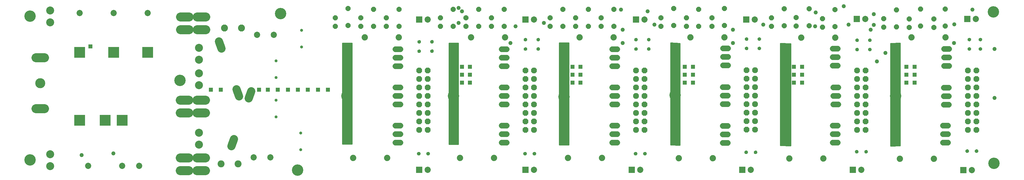
<source format=gts>
G75*
%MOIN*%
%OFA0B0*%
%FSLAX25Y25*%
%IPPOS*%
%LPD*%
%AMOC8*
5,1,8,0,0,1.08239X$1,22.5*
%
%ADD10C,0.13398*%
%ADD11C,0.01000*%
%ADD12OC8,0.06800*%
%ADD13C,0.00500*%
%ADD14C,0.06800*%
%ADD15R,0.07300X0.07300*%
%ADD16C,0.07300*%
%ADD17C,0.07400*%
%ADD18C,0.08200*%
%ADD19C,0.09650*%
%ADD20OC8,0.06000*%
%ADD21C,0.09400*%
%ADD22C,0.10800*%
%ADD23C,0.03520*%
%ADD24C,0.03543*%
%ADD25C,0.07296*%
%ADD26R,0.12611X0.12611*%
%ADD27C,0.11800*%
%ADD28C,0.04762*%
%ADD29R,0.04762X0.04762*%
D10*
X0025122Y0043122D03*
X0339846Y0031311D03*
X0652957Y0117610D03*
X0783862Y0119579D03*
X0913694Y0118879D03*
X1042957Y0118594D03*
X1158783Y0039343D03*
X0522957Y0118594D03*
X0397909Y0118594D03*
X0201539Y0136980D03*
X0025122Y0212413D03*
X0319650Y0215720D03*
X1157996Y0217689D03*
D11*
X1048547Y0180917D02*
X1037130Y0180524D01*
X1037130Y0059657D01*
X1048547Y0060051D01*
X1048547Y0180917D01*
X1048547Y0180203D02*
X1037130Y0180203D01*
X1037130Y0179205D02*
X1048547Y0179205D01*
X1048547Y0178206D02*
X1037130Y0178206D01*
X1037130Y0177208D02*
X1048547Y0177208D01*
X1048547Y0176209D02*
X1037130Y0176209D01*
X1037130Y0175211D02*
X1048547Y0175211D01*
X1048547Y0174212D02*
X1037130Y0174212D01*
X1037130Y0173214D02*
X1048547Y0173214D01*
X1048547Y0172215D02*
X1037130Y0172215D01*
X1037130Y0171217D02*
X1048547Y0171217D01*
X1048547Y0170218D02*
X1037130Y0170218D01*
X1037130Y0169220D02*
X1048547Y0169220D01*
X1048547Y0168221D02*
X1037130Y0168221D01*
X1037130Y0167223D02*
X1048547Y0167223D01*
X1048547Y0166224D02*
X1037130Y0166224D01*
X1037130Y0165226D02*
X1048547Y0165226D01*
X1048547Y0164227D02*
X1037130Y0164227D01*
X1037130Y0163229D02*
X1048547Y0163229D01*
X1048547Y0162230D02*
X1037130Y0162230D01*
X1037130Y0161232D02*
X1048547Y0161232D01*
X1048547Y0160233D02*
X1037130Y0160233D01*
X1037130Y0159235D02*
X1048547Y0159235D01*
X1048547Y0158236D02*
X1037130Y0158236D01*
X1037130Y0157238D02*
X1048547Y0157238D01*
X1048547Y0156239D02*
X1037130Y0156239D01*
X1037130Y0155241D02*
X1048547Y0155241D01*
X1048547Y0154242D02*
X1037130Y0154242D01*
X1037130Y0153243D02*
X1048547Y0153243D01*
X1048547Y0152245D02*
X1037130Y0152245D01*
X1037130Y0151246D02*
X1048547Y0151246D01*
X1048547Y0150248D02*
X1037130Y0150248D01*
X1037130Y0149249D02*
X1048547Y0149249D01*
X1048547Y0148251D02*
X1037130Y0148251D01*
X1037130Y0147252D02*
X1048547Y0147252D01*
X1048547Y0146254D02*
X1037130Y0146254D01*
X1037130Y0145255D02*
X1048547Y0145255D01*
X1048547Y0144257D02*
X1037130Y0144257D01*
X1037130Y0143258D02*
X1048547Y0143258D01*
X1048547Y0142260D02*
X1037130Y0142260D01*
X1037130Y0141261D02*
X1048547Y0141261D01*
X1048547Y0140263D02*
X1037130Y0140263D01*
X1037130Y0139264D02*
X1048547Y0139264D01*
X1048547Y0138266D02*
X1037130Y0138266D01*
X1037130Y0137267D02*
X1048547Y0137267D01*
X1048547Y0136269D02*
X1037130Y0136269D01*
X1037130Y0135270D02*
X1048547Y0135270D01*
X1048547Y0134272D02*
X1037130Y0134272D01*
X1037130Y0133273D02*
X1048547Y0133273D01*
X1048547Y0132275D02*
X1037130Y0132275D01*
X1037130Y0131276D02*
X1048547Y0131276D01*
X1048547Y0130278D02*
X1037130Y0130278D01*
X1037130Y0129279D02*
X1048547Y0129279D01*
X1048547Y0128281D02*
X1037130Y0128281D01*
X1037130Y0127282D02*
X1048547Y0127282D01*
X1048547Y0126284D02*
X1037130Y0126284D01*
X1037130Y0125285D02*
X1048547Y0125285D01*
X1048547Y0124287D02*
X1037130Y0124287D01*
X1037130Y0123288D02*
X1048547Y0123288D01*
X1048547Y0122290D02*
X1037130Y0122290D01*
X1037130Y0121291D02*
X1048547Y0121291D01*
X1048547Y0120293D02*
X1037130Y0120293D01*
X1037130Y0119294D02*
X1048547Y0119294D01*
X1048547Y0118296D02*
X1037130Y0118296D01*
X1037130Y0117297D02*
X1048547Y0117297D01*
X1048547Y0116299D02*
X1037130Y0116299D01*
X1037130Y0115300D02*
X1048547Y0115300D01*
X1048547Y0114302D02*
X1037130Y0114302D01*
X1037130Y0113303D02*
X1048547Y0113303D01*
X1048547Y0112305D02*
X1037130Y0112305D01*
X1037130Y0111306D02*
X1048547Y0111306D01*
X1048547Y0110307D02*
X1037130Y0110307D01*
X1037130Y0109309D02*
X1048547Y0109309D01*
X1048547Y0108310D02*
X1037130Y0108310D01*
X1037130Y0107312D02*
X1048547Y0107312D01*
X1048547Y0106313D02*
X1037130Y0106313D01*
X1037130Y0105315D02*
X1048547Y0105315D01*
X1048547Y0104316D02*
X1037130Y0104316D01*
X1037130Y0103318D02*
X1048547Y0103318D01*
X1048547Y0102319D02*
X1037130Y0102319D01*
X1037130Y0101321D02*
X1048547Y0101321D01*
X1048547Y0100322D02*
X1037130Y0100322D01*
X1037130Y0099324D02*
X1048547Y0099324D01*
X1048547Y0098325D02*
X1037130Y0098325D01*
X1037130Y0097327D02*
X1048547Y0097327D01*
X1048547Y0096328D02*
X1037130Y0096328D01*
X1037130Y0095330D02*
X1048547Y0095330D01*
X1048547Y0094331D02*
X1037130Y0094331D01*
X1037130Y0093333D02*
X1048547Y0093333D01*
X1048547Y0092334D02*
X1037130Y0092334D01*
X1037130Y0091336D02*
X1048547Y0091336D01*
X1048547Y0090337D02*
X1037130Y0090337D01*
X1037130Y0089339D02*
X1048547Y0089339D01*
X1048547Y0088340D02*
X1037130Y0088340D01*
X1037130Y0087342D02*
X1048547Y0087342D01*
X1048547Y0086343D02*
X1037130Y0086343D01*
X1037130Y0085345D02*
X1048547Y0085345D01*
X1048547Y0084346D02*
X1037130Y0084346D01*
X1037130Y0083348D02*
X1048547Y0083348D01*
X1048547Y0082349D02*
X1037130Y0082349D01*
X1037130Y0081351D02*
X1048547Y0081351D01*
X1048547Y0080352D02*
X1037130Y0080352D01*
X1037130Y0079354D02*
X1048547Y0079354D01*
X1048547Y0078355D02*
X1037130Y0078355D01*
X1037130Y0077357D02*
X1048547Y0077357D01*
X1048547Y0076358D02*
X1037130Y0076358D01*
X1037130Y0075360D02*
X1048547Y0075360D01*
X1048547Y0074361D02*
X1037130Y0074361D01*
X1037130Y0073363D02*
X1048547Y0073363D01*
X1048547Y0072364D02*
X1037130Y0072364D01*
X1037130Y0071366D02*
X1048547Y0071366D01*
X1048547Y0070367D02*
X1037130Y0070367D01*
X1037130Y0069369D02*
X1048547Y0069369D01*
X1048547Y0068370D02*
X1037130Y0068370D01*
X1037130Y0067372D02*
X1048547Y0067372D01*
X1048547Y0066373D02*
X1037130Y0066373D01*
X1037130Y0065374D02*
X1048547Y0065374D01*
X1048547Y0064376D02*
X1037130Y0064376D01*
X1037130Y0063377D02*
X1048547Y0063377D01*
X1048547Y0062379D02*
X1037130Y0062379D01*
X1037130Y0061380D02*
X1048547Y0061380D01*
X1048547Y0060382D02*
X1037130Y0060382D01*
X0919610Y0060382D02*
X0907406Y0060382D01*
X0907406Y0060248D02*
X0919610Y0059854D01*
X0919610Y0180327D01*
X0907406Y0180720D01*
X0907406Y0060248D01*
X0907406Y0061380D02*
X0919610Y0061380D01*
X0919610Y0062379D02*
X0907406Y0062379D01*
X0907406Y0063377D02*
X0919610Y0063377D01*
X0919610Y0064376D02*
X0907406Y0064376D01*
X0907406Y0065374D02*
X0919610Y0065374D01*
X0919610Y0066373D02*
X0907406Y0066373D01*
X0907406Y0067372D02*
X0919610Y0067372D01*
X0919610Y0068370D02*
X0907406Y0068370D01*
X0907406Y0069369D02*
X0919610Y0069369D01*
X0919610Y0070367D02*
X0907406Y0070367D01*
X0907406Y0071366D02*
X0919610Y0071366D01*
X0919610Y0072364D02*
X0907406Y0072364D01*
X0907406Y0073363D02*
X0919610Y0073363D01*
X0919610Y0074361D02*
X0907406Y0074361D01*
X0907406Y0075360D02*
X0919610Y0075360D01*
X0919610Y0076358D02*
X0907406Y0076358D01*
X0907406Y0077357D02*
X0919610Y0077357D01*
X0919610Y0078355D02*
X0907406Y0078355D01*
X0907406Y0079354D02*
X0919610Y0079354D01*
X0919610Y0080352D02*
X0907406Y0080352D01*
X0907406Y0081351D02*
X0919610Y0081351D01*
X0919610Y0082349D02*
X0907406Y0082349D01*
X0907406Y0083348D02*
X0919610Y0083348D01*
X0919610Y0084346D02*
X0907406Y0084346D01*
X0907406Y0085345D02*
X0919610Y0085345D01*
X0919610Y0086343D02*
X0907406Y0086343D01*
X0907406Y0087342D02*
X0919610Y0087342D01*
X0919610Y0088340D02*
X0907406Y0088340D01*
X0907406Y0089339D02*
X0919610Y0089339D01*
X0919610Y0090337D02*
X0907406Y0090337D01*
X0907406Y0091336D02*
X0919610Y0091336D01*
X0919610Y0092334D02*
X0907406Y0092334D01*
X0907406Y0093333D02*
X0919610Y0093333D01*
X0919610Y0094331D02*
X0907406Y0094331D01*
X0907406Y0095330D02*
X0919610Y0095330D01*
X0919610Y0096328D02*
X0907406Y0096328D01*
X0907406Y0097327D02*
X0919610Y0097327D01*
X0919610Y0098325D02*
X0907406Y0098325D01*
X0907406Y0099324D02*
X0919610Y0099324D01*
X0919610Y0100322D02*
X0907406Y0100322D01*
X0907406Y0101321D02*
X0919610Y0101321D01*
X0919610Y0102319D02*
X0907406Y0102319D01*
X0907406Y0103318D02*
X0919610Y0103318D01*
X0919610Y0104316D02*
X0907406Y0104316D01*
X0907406Y0105315D02*
X0919610Y0105315D01*
X0919610Y0106313D02*
X0907406Y0106313D01*
X0907406Y0107312D02*
X0919610Y0107312D01*
X0919610Y0108310D02*
X0907406Y0108310D01*
X0907406Y0109309D02*
X0919610Y0109309D01*
X0919610Y0110307D02*
X0907406Y0110307D01*
X0907406Y0111306D02*
X0919610Y0111306D01*
X0919610Y0112305D02*
X0907406Y0112305D01*
X0907406Y0113303D02*
X0919610Y0113303D01*
X0919610Y0114302D02*
X0907406Y0114302D01*
X0907406Y0115300D02*
X0919610Y0115300D01*
X0919610Y0116299D02*
X0907406Y0116299D01*
X0907406Y0117297D02*
X0919610Y0117297D01*
X0919610Y0118296D02*
X0907406Y0118296D01*
X0907406Y0119294D02*
X0919610Y0119294D01*
X0919610Y0120293D02*
X0907406Y0120293D01*
X0907406Y0121291D02*
X0919610Y0121291D01*
X0919610Y0122290D02*
X0907406Y0122290D01*
X0907406Y0123288D02*
X0919610Y0123288D01*
X0919610Y0124287D02*
X0907406Y0124287D01*
X0907406Y0125285D02*
X0919610Y0125285D01*
X0919610Y0126284D02*
X0907406Y0126284D01*
X0907406Y0127282D02*
X0919610Y0127282D01*
X0919610Y0128281D02*
X0907406Y0128281D01*
X0907406Y0129279D02*
X0919610Y0129279D01*
X0919610Y0130278D02*
X0907406Y0130278D01*
X0907406Y0131276D02*
X0919610Y0131276D01*
X0919610Y0132275D02*
X0907406Y0132275D01*
X0907406Y0133273D02*
X0919610Y0133273D01*
X0919610Y0134272D02*
X0907406Y0134272D01*
X0907406Y0135270D02*
X0919610Y0135270D01*
X0919610Y0136269D02*
X0907406Y0136269D01*
X0907406Y0137267D02*
X0919610Y0137267D01*
X0919610Y0138266D02*
X0907406Y0138266D01*
X0907406Y0139264D02*
X0919610Y0139264D01*
X0919610Y0140263D02*
X0907406Y0140263D01*
X0907406Y0141261D02*
X0919610Y0141261D01*
X0919610Y0142260D02*
X0907406Y0142260D01*
X0907406Y0143258D02*
X0919610Y0143258D01*
X0919610Y0144257D02*
X0907406Y0144257D01*
X0907406Y0145255D02*
X0919610Y0145255D01*
X0919610Y0146254D02*
X0907406Y0146254D01*
X0907406Y0147252D02*
X0919610Y0147252D01*
X0919610Y0148251D02*
X0907406Y0148251D01*
X0907406Y0149249D02*
X0919610Y0149249D01*
X0919610Y0150248D02*
X0907406Y0150248D01*
X0907406Y0151246D02*
X0919610Y0151246D01*
X0919610Y0152245D02*
X0907406Y0152245D01*
X0907406Y0153243D02*
X0919610Y0153243D01*
X0919610Y0154242D02*
X0907406Y0154242D01*
X0907406Y0155241D02*
X0919610Y0155241D01*
X0919610Y0156239D02*
X0907406Y0156239D01*
X0907406Y0157238D02*
X0919610Y0157238D01*
X0919610Y0158236D02*
X0907406Y0158236D01*
X0907406Y0159235D02*
X0919610Y0159235D01*
X0919610Y0160233D02*
X0907406Y0160233D01*
X0907406Y0161232D02*
X0919610Y0161232D01*
X0919610Y0162230D02*
X0907406Y0162230D01*
X0907406Y0163229D02*
X0919610Y0163229D01*
X0919610Y0164227D02*
X0907406Y0164227D01*
X0907406Y0165226D02*
X0919610Y0165226D01*
X0919610Y0166224D02*
X0907406Y0166224D01*
X0907406Y0167223D02*
X0919610Y0167223D01*
X0919610Y0168221D02*
X0907406Y0168221D01*
X0907406Y0169220D02*
X0919610Y0169220D01*
X0919610Y0170218D02*
X0907406Y0170218D01*
X0907406Y0171217D02*
X0919610Y0171217D01*
X0919610Y0172215D02*
X0907406Y0172215D01*
X0907406Y0173214D02*
X0919610Y0173214D01*
X0919610Y0174212D02*
X0907406Y0174212D01*
X0907406Y0175211D02*
X0919610Y0175211D01*
X0919610Y0176209D02*
X0907406Y0176209D01*
X0907406Y0177208D02*
X0919610Y0177208D01*
X0919610Y0178206D02*
X0907406Y0178206D01*
X0907406Y0179205D02*
X0919610Y0179205D01*
X0919610Y0180203D02*
X0907406Y0180203D01*
X0789295Y0180203D02*
X0778272Y0180203D01*
X0778272Y0181114D02*
X0789295Y0180720D01*
X0789295Y0060642D01*
X0778272Y0061035D01*
X0778272Y0181114D01*
X0778272Y0179205D02*
X0789295Y0179205D01*
X0789295Y0178206D02*
X0778272Y0178206D01*
X0778272Y0177208D02*
X0789295Y0177208D01*
X0789295Y0176209D02*
X0778272Y0176209D01*
X0778272Y0175211D02*
X0789295Y0175211D01*
X0789295Y0174212D02*
X0778272Y0174212D01*
X0778272Y0173214D02*
X0789295Y0173214D01*
X0789295Y0172215D02*
X0778272Y0172215D01*
X0778272Y0171217D02*
X0789295Y0171217D01*
X0789295Y0170218D02*
X0778272Y0170218D01*
X0778272Y0169220D02*
X0789295Y0169220D01*
X0789295Y0168221D02*
X0778272Y0168221D01*
X0778272Y0167223D02*
X0789295Y0167223D01*
X0789295Y0166224D02*
X0778272Y0166224D01*
X0778272Y0165226D02*
X0789295Y0165226D01*
X0789295Y0164227D02*
X0778272Y0164227D01*
X0778272Y0163229D02*
X0789295Y0163229D01*
X0789295Y0162230D02*
X0778272Y0162230D01*
X0778272Y0161232D02*
X0789295Y0161232D01*
X0789295Y0160233D02*
X0778272Y0160233D01*
X0778272Y0159235D02*
X0789295Y0159235D01*
X0789295Y0158236D02*
X0778272Y0158236D01*
X0778272Y0157238D02*
X0789295Y0157238D01*
X0789295Y0156239D02*
X0778272Y0156239D01*
X0778272Y0155241D02*
X0789295Y0155241D01*
X0789295Y0154242D02*
X0778272Y0154242D01*
X0778272Y0153243D02*
X0789295Y0153243D01*
X0789295Y0152245D02*
X0778272Y0152245D01*
X0778272Y0151246D02*
X0789295Y0151246D01*
X0789295Y0150248D02*
X0778272Y0150248D01*
X0778272Y0149249D02*
X0789295Y0149249D01*
X0789295Y0148251D02*
X0778272Y0148251D01*
X0778272Y0147252D02*
X0789295Y0147252D01*
X0789295Y0146254D02*
X0778272Y0146254D01*
X0778272Y0145255D02*
X0789295Y0145255D01*
X0789295Y0144257D02*
X0778272Y0144257D01*
X0778272Y0143258D02*
X0789295Y0143258D01*
X0789295Y0142260D02*
X0778272Y0142260D01*
X0778272Y0141261D02*
X0789295Y0141261D01*
X0789295Y0140263D02*
X0778272Y0140263D01*
X0778272Y0139264D02*
X0789295Y0139264D01*
X0789295Y0138266D02*
X0778272Y0138266D01*
X0778272Y0137267D02*
X0789295Y0137267D01*
X0789295Y0136269D02*
X0778272Y0136269D01*
X0778272Y0135270D02*
X0789295Y0135270D01*
X0789295Y0134272D02*
X0778272Y0134272D01*
X0778272Y0133273D02*
X0789295Y0133273D01*
X0789295Y0132275D02*
X0778272Y0132275D01*
X0778272Y0131276D02*
X0789295Y0131276D01*
X0789295Y0130278D02*
X0778272Y0130278D01*
X0778272Y0129279D02*
X0789295Y0129279D01*
X0789295Y0128281D02*
X0778272Y0128281D01*
X0778272Y0127282D02*
X0789295Y0127282D01*
X0789295Y0126284D02*
X0778272Y0126284D01*
X0778272Y0125285D02*
X0789295Y0125285D01*
X0789295Y0124287D02*
X0778272Y0124287D01*
X0778272Y0123288D02*
X0789295Y0123288D01*
X0789295Y0122290D02*
X0778272Y0122290D01*
X0778272Y0121291D02*
X0789295Y0121291D01*
X0789295Y0120293D02*
X0778272Y0120293D01*
X0778272Y0119294D02*
X0789295Y0119294D01*
X0789295Y0118296D02*
X0778272Y0118296D01*
X0778272Y0117297D02*
X0789295Y0117297D01*
X0789295Y0116299D02*
X0778272Y0116299D01*
X0778272Y0115300D02*
X0789295Y0115300D01*
X0789295Y0114302D02*
X0778272Y0114302D01*
X0778272Y0113303D02*
X0789295Y0113303D01*
X0789295Y0112305D02*
X0778272Y0112305D01*
X0778272Y0111306D02*
X0789295Y0111306D01*
X0789295Y0110307D02*
X0778272Y0110307D01*
X0778272Y0109309D02*
X0789295Y0109309D01*
X0789295Y0108310D02*
X0778272Y0108310D01*
X0778272Y0107312D02*
X0789295Y0107312D01*
X0789295Y0106313D02*
X0778272Y0106313D01*
X0778272Y0105315D02*
X0789295Y0105315D01*
X0789295Y0104316D02*
X0778272Y0104316D01*
X0778272Y0103318D02*
X0789295Y0103318D01*
X0789295Y0102319D02*
X0778272Y0102319D01*
X0778272Y0101321D02*
X0789295Y0101321D01*
X0789295Y0100322D02*
X0778272Y0100322D01*
X0778272Y0099324D02*
X0789295Y0099324D01*
X0789295Y0098325D02*
X0778272Y0098325D01*
X0778272Y0097327D02*
X0789295Y0097327D01*
X0789295Y0096328D02*
X0778272Y0096328D01*
X0778272Y0095330D02*
X0789295Y0095330D01*
X0789295Y0094331D02*
X0778272Y0094331D01*
X0778272Y0093333D02*
X0789295Y0093333D01*
X0789295Y0092334D02*
X0778272Y0092334D01*
X0778272Y0091336D02*
X0789295Y0091336D01*
X0789295Y0090337D02*
X0778272Y0090337D01*
X0778272Y0089339D02*
X0789295Y0089339D01*
X0789295Y0088340D02*
X0778272Y0088340D01*
X0778272Y0087342D02*
X0789295Y0087342D01*
X0789295Y0086343D02*
X0778272Y0086343D01*
X0778272Y0085345D02*
X0789295Y0085345D01*
X0789295Y0084346D02*
X0778272Y0084346D01*
X0778272Y0083348D02*
X0789295Y0083348D01*
X0789295Y0082349D02*
X0778272Y0082349D01*
X0778272Y0081351D02*
X0789295Y0081351D01*
X0789295Y0080352D02*
X0778272Y0080352D01*
X0778272Y0079354D02*
X0789295Y0079354D01*
X0789295Y0078355D02*
X0778272Y0078355D01*
X0778272Y0077357D02*
X0789295Y0077357D01*
X0789295Y0076358D02*
X0778272Y0076358D01*
X0778272Y0075360D02*
X0789295Y0075360D01*
X0789295Y0074361D02*
X0778272Y0074361D01*
X0778272Y0073363D02*
X0789295Y0073363D01*
X0789295Y0072364D02*
X0778272Y0072364D01*
X0778272Y0071366D02*
X0789295Y0071366D01*
X0789295Y0070367D02*
X0778272Y0070367D01*
X0778272Y0069369D02*
X0789295Y0069369D01*
X0789295Y0068370D02*
X0778272Y0068370D01*
X0778272Y0067372D02*
X0789295Y0067372D01*
X0789295Y0066373D02*
X0778272Y0066373D01*
X0778272Y0065374D02*
X0789295Y0065374D01*
X0789295Y0064376D02*
X0778272Y0064376D01*
X0778272Y0063377D02*
X0789295Y0063377D01*
X0789295Y0062379D02*
X0778272Y0062379D01*
X0778272Y0061380D02*
X0789295Y0061380D01*
X0658587Y0061380D02*
X0647563Y0061380D01*
X0647563Y0061035D02*
X0658587Y0061035D01*
X0658587Y0181114D01*
X0647563Y0181114D01*
X0647563Y0061035D01*
X0647563Y0062379D02*
X0658587Y0062379D01*
X0658587Y0063377D02*
X0647563Y0063377D01*
X0647563Y0064376D02*
X0658587Y0064376D01*
X0658587Y0065374D02*
X0647563Y0065374D01*
X0647563Y0066373D02*
X0658587Y0066373D01*
X0658587Y0067372D02*
X0647563Y0067372D01*
X0647563Y0068370D02*
X0658587Y0068370D01*
X0658587Y0069369D02*
X0647563Y0069369D01*
X0647563Y0070367D02*
X0658587Y0070367D01*
X0658587Y0071366D02*
X0647563Y0071366D01*
X0647563Y0072364D02*
X0658587Y0072364D01*
X0658587Y0073363D02*
X0647563Y0073363D01*
X0647563Y0074361D02*
X0658587Y0074361D01*
X0658587Y0075360D02*
X0647563Y0075360D01*
X0647563Y0076358D02*
X0658587Y0076358D01*
X0658587Y0077357D02*
X0647563Y0077357D01*
X0647563Y0078355D02*
X0658587Y0078355D01*
X0658587Y0079354D02*
X0647563Y0079354D01*
X0647563Y0080352D02*
X0658587Y0080352D01*
X0658587Y0081351D02*
X0647563Y0081351D01*
X0647563Y0082349D02*
X0658587Y0082349D01*
X0658587Y0083348D02*
X0647563Y0083348D01*
X0647563Y0084346D02*
X0658587Y0084346D01*
X0658587Y0085345D02*
X0647563Y0085345D01*
X0647563Y0086343D02*
X0658587Y0086343D01*
X0658587Y0087342D02*
X0647563Y0087342D01*
X0647563Y0088340D02*
X0658587Y0088340D01*
X0658587Y0089339D02*
X0647563Y0089339D01*
X0647563Y0090337D02*
X0658587Y0090337D01*
X0658587Y0091336D02*
X0647563Y0091336D01*
X0647563Y0092334D02*
X0658587Y0092334D01*
X0658587Y0093333D02*
X0647563Y0093333D01*
X0647563Y0094331D02*
X0658587Y0094331D01*
X0658587Y0095330D02*
X0647563Y0095330D01*
X0647563Y0096328D02*
X0658587Y0096328D01*
X0658587Y0097327D02*
X0647563Y0097327D01*
X0647563Y0098325D02*
X0658587Y0098325D01*
X0658587Y0099324D02*
X0647563Y0099324D01*
X0647563Y0100322D02*
X0658587Y0100322D01*
X0658587Y0101321D02*
X0647563Y0101321D01*
X0647563Y0102319D02*
X0658587Y0102319D01*
X0658587Y0103318D02*
X0647563Y0103318D01*
X0647563Y0104316D02*
X0658587Y0104316D01*
X0658587Y0105315D02*
X0647563Y0105315D01*
X0647563Y0106313D02*
X0658587Y0106313D01*
X0658587Y0107312D02*
X0647563Y0107312D01*
X0647563Y0108310D02*
X0658587Y0108310D01*
X0658587Y0109309D02*
X0647563Y0109309D01*
X0647563Y0110307D02*
X0658587Y0110307D01*
X0658587Y0111306D02*
X0647563Y0111306D01*
X0647563Y0112305D02*
X0658587Y0112305D01*
X0658587Y0113303D02*
X0647563Y0113303D01*
X0647563Y0114302D02*
X0658587Y0114302D01*
X0658587Y0115300D02*
X0647563Y0115300D01*
X0647563Y0116299D02*
X0658587Y0116299D01*
X0658587Y0117297D02*
X0647563Y0117297D01*
X0647563Y0118296D02*
X0658587Y0118296D01*
X0658587Y0119294D02*
X0647563Y0119294D01*
X0647563Y0120293D02*
X0658587Y0120293D01*
X0658587Y0121291D02*
X0647563Y0121291D01*
X0647563Y0122290D02*
X0658587Y0122290D01*
X0658587Y0123288D02*
X0647563Y0123288D01*
X0647563Y0124287D02*
X0658587Y0124287D01*
X0658587Y0125285D02*
X0647563Y0125285D01*
X0647563Y0126284D02*
X0658587Y0126284D01*
X0658587Y0127282D02*
X0647563Y0127282D01*
X0647563Y0128281D02*
X0658587Y0128281D01*
X0658587Y0129279D02*
X0647563Y0129279D01*
X0647563Y0130278D02*
X0658587Y0130278D01*
X0658587Y0131276D02*
X0647563Y0131276D01*
X0647563Y0132275D02*
X0658587Y0132275D01*
X0658587Y0133273D02*
X0647563Y0133273D01*
X0647563Y0134272D02*
X0658587Y0134272D01*
X0658587Y0135270D02*
X0647563Y0135270D01*
X0647563Y0136269D02*
X0658587Y0136269D01*
X0658587Y0137267D02*
X0647563Y0137267D01*
X0647563Y0138266D02*
X0658587Y0138266D01*
X0658587Y0139264D02*
X0647563Y0139264D01*
X0647563Y0140263D02*
X0658587Y0140263D01*
X0658587Y0141261D02*
X0647563Y0141261D01*
X0647563Y0142260D02*
X0658587Y0142260D01*
X0658587Y0143258D02*
X0647563Y0143258D01*
X0647563Y0144257D02*
X0658587Y0144257D01*
X0658587Y0145255D02*
X0647563Y0145255D01*
X0647563Y0146254D02*
X0658587Y0146254D01*
X0658587Y0147252D02*
X0647563Y0147252D01*
X0647563Y0148251D02*
X0658587Y0148251D01*
X0658587Y0149249D02*
X0647563Y0149249D01*
X0647563Y0150248D02*
X0658587Y0150248D01*
X0658587Y0151246D02*
X0647563Y0151246D01*
X0647563Y0152245D02*
X0658587Y0152245D01*
X0658587Y0153243D02*
X0647563Y0153243D01*
X0647563Y0154242D02*
X0658587Y0154242D01*
X0658587Y0155241D02*
X0647563Y0155241D01*
X0647563Y0156239D02*
X0658587Y0156239D01*
X0658587Y0157238D02*
X0647563Y0157238D01*
X0647563Y0158236D02*
X0658587Y0158236D01*
X0658587Y0159235D02*
X0647563Y0159235D01*
X0647563Y0160233D02*
X0658587Y0160233D01*
X0658587Y0161232D02*
X0647563Y0161232D01*
X0647563Y0162230D02*
X0658587Y0162230D01*
X0658587Y0163229D02*
X0647563Y0163229D01*
X0647563Y0164227D02*
X0658587Y0164227D01*
X0658587Y0165226D02*
X0647563Y0165226D01*
X0647563Y0166224D02*
X0658587Y0166224D01*
X0658587Y0167223D02*
X0647563Y0167223D01*
X0647563Y0168221D02*
X0658587Y0168221D01*
X0658587Y0169220D02*
X0647563Y0169220D01*
X0647563Y0170218D02*
X0658587Y0170218D01*
X0658587Y0171217D02*
X0647563Y0171217D01*
X0647563Y0172215D02*
X0658587Y0172215D01*
X0658587Y0173214D02*
X0647563Y0173214D01*
X0647563Y0174212D02*
X0658587Y0174212D01*
X0658587Y0175211D02*
X0647563Y0175211D01*
X0647563Y0176209D02*
X0658587Y0176209D01*
X0658587Y0177208D02*
X0647563Y0177208D01*
X0647563Y0178206D02*
X0658587Y0178206D01*
X0658587Y0179205D02*
X0647563Y0179205D01*
X0647563Y0180203D02*
X0658587Y0180203D01*
X0528665Y0180203D02*
X0517642Y0180203D01*
X0517642Y0180917D02*
X0528665Y0180917D01*
X0528665Y0061626D01*
X0517642Y0061626D01*
X0517642Y0180917D01*
X0517642Y0179205D02*
X0528665Y0179205D01*
X0528665Y0178206D02*
X0517642Y0178206D01*
X0517642Y0177208D02*
X0528665Y0177208D01*
X0528665Y0176209D02*
X0517642Y0176209D01*
X0517642Y0175211D02*
X0528665Y0175211D01*
X0528665Y0174212D02*
X0517642Y0174212D01*
X0517642Y0173214D02*
X0528665Y0173214D01*
X0528665Y0172215D02*
X0517642Y0172215D01*
X0517642Y0171217D02*
X0528665Y0171217D01*
X0528665Y0170218D02*
X0517642Y0170218D01*
X0517642Y0169220D02*
X0528665Y0169220D01*
X0528665Y0168221D02*
X0517642Y0168221D01*
X0517642Y0167223D02*
X0528665Y0167223D01*
X0528665Y0166224D02*
X0517642Y0166224D01*
X0517642Y0165226D02*
X0528665Y0165226D01*
X0528665Y0164227D02*
X0517642Y0164227D01*
X0517642Y0163229D02*
X0528665Y0163229D01*
X0528665Y0162230D02*
X0517642Y0162230D01*
X0517642Y0161232D02*
X0528665Y0161232D01*
X0528665Y0160233D02*
X0517642Y0160233D01*
X0517642Y0159235D02*
X0528665Y0159235D01*
X0528665Y0158236D02*
X0517642Y0158236D01*
X0517642Y0157238D02*
X0528665Y0157238D01*
X0528665Y0156239D02*
X0517642Y0156239D01*
X0517642Y0155241D02*
X0528665Y0155241D01*
X0528665Y0154242D02*
X0517642Y0154242D01*
X0517642Y0153243D02*
X0528665Y0153243D01*
X0528665Y0152245D02*
X0517642Y0152245D01*
X0517642Y0151246D02*
X0528665Y0151246D01*
X0528665Y0150248D02*
X0517642Y0150248D01*
X0517642Y0149249D02*
X0528665Y0149249D01*
X0528665Y0148251D02*
X0517642Y0148251D01*
X0517642Y0147252D02*
X0528665Y0147252D01*
X0528665Y0146254D02*
X0517642Y0146254D01*
X0517642Y0145255D02*
X0528665Y0145255D01*
X0528665Y0144257D02*
X0517642Y0144257D01*
X0517642Y0143258D02*
X0528665Y0143258D01*
X0528665Y0142260D02*
X0517642Y0142260D01*
X0517642Y0141261D02*
X0528665Y0141261D01*
X0528665Y0140263D02*
X0517642Y0140263D01*
X0517642Y0139264D02*
X0528665Y0139264D01*
X0528665Y0138266D02*
X0517642Y0138266D01*
X0517642Y0137267D02*
X0528665Y0137267D01*
X0528665Y0136269D02*
X0517642Y0136269D01*
X0517642Y0135270D02*
X0528665Y0135270D01*
X0528665Y0134272D02*
X0517642Y0134272D01*
X0517642Y0133273D02*
X0528665Y0133273D01*
X0528665Y0132275D02*
X0517642Y0132275D01*
X0517642Y0131276D02*
X0528665Y0131276D01*
X0528665Y0130278D02*
X0517642Y0130278D01*
X0517642Y0129279D02*
X0528665Y0129279D01*
X0528665Y0128281D02*
X0517642Y0128281D01*
X0517642Y0127282D02*
X0528665Y0127282D01*
X0528665Y0126284D02*
X0517642Y0126284D01*
X0517642Y0125285D02*
X0528665Y0125285D01*
X0528665Y0124287D02*
X0517642Y0124287D01*
X0517642Y0123288D02*
X0528665Y0123288D01*
X0528665Y0122290D02*
X0517642Y0122290D01*
X0517642Y0121291D02*
X0528665Y0121291D01*
X0528665Y0120293D02*
X0517642Y0120293D01*
X0517642Y0119294D02*
X0528665Y0119294D01*
X0528665Y0118296D02*
X0517642Y0118296D01*
X0517642Y0117297D02*
X0528665Y0117297D01*
X0528665Y0116299D02*
X0517642Y0116299D01*
X0517642Y0115300D02*
X0528665Y0115300D01*
X0528665Y0114302D02*
X0517642Y0114302D01*
X0517642Y0113303D02*
X0528665Y0113303D01*
X0528665Y0112305D02*
X0517642Y0112305D01*
X0517642Y0111306D02*
X0528665Y0111306D01*
X0528665Y0110307D02*
X0517642Y0110307D01*
X0517642Y0109309D02*
X0528665Y0109309D01*
X0528665Y0108310D02*
X0517642Y0108310D01*
X0517642Y0107312D02*
X0528665Y0107312D01*
X0528665Y0106313D02*
X0517642Y0106313D01*
X0517642Y0105315D02*
X0528665Y0105315D01*
X0528665Y0104316D02*
X0517642Y0104316D01*
X0517642Y0103318D02*
X0528665Y0103318D01*
X0528665Y0102319D02*
X0517642Y0102319D01*
X0517642Y0101321D02*
X0528665Y0101321D01*
X0528665Y0100322D02*
X0517642Y0100322D01*
X0517642Y0099324D02*
X0528665Y0099324D01*
X0528665Y0098325D02*
X0517642Y0098325D01*
X0517642Y0097327D02*
X0528665Y0097327D01*
X0528665Y0096328D02*
X0517642Y0096328D01*
X0517642Y0095330D02*
X0528665Y0095330D01*
X0528665Y0094331D02*
X0517642Y0094331D01*
X0517642Y0093333D02*
X0528665Y0093333D01*
X0528665Y0092334D02*
X0517642Y0092334D01*
X0517642Y0091336D02*
X0528665Y0091336D01*
X0528665Y0090337D02*
X0517642Y0090337D01*
X0517642Y0089339D02*
X0528665Y0089339D01*
X0528665Y0088340D02*
X0517642Y0088340D01*
X0517642Y0087342D02*
X0528665Y0087342D01*
X0528665Y0086343D02*
X0517642Y0086343D01*
X0517642Y0085345D02*
X0528665Y0085345D01*
X0528665Y0084346D02*
X0517642Y0084346D01*
X0517642Y0083348D02*
X0528665Y0083348D01*
X0528665Y0082349D02*
X0517642Y0082349D01*
X0517642Y0081351D02*
X0528665Y0081351D01*
X0528665Y0080352D02*
X0517642Y0080352D01*
X0517642Y0079354D02*
X0528665Y0079354D01*
X0528665Y0078355D02*
X0517642Y0078355D01*
X0517642Y0077357D02*
X0528665Y0077357D01*
X0528665Y0076358D02*
X0517642Y0076358D01*
X0517642Y0075360D02*
X0528665Y0075360D01*
X0528665Y0074361D02*
X0517642Y0074361D01*
X0517642Y0073363D02*
X0528665Y0073363D01*
X0528665Y0072364D02*
X0517642Y0072364D01*
X0517642Y0071366D02*
X0528665Y0071366D01*
X0528665Y0070367D02*
X0517642Y0070367D01*
X0517642Y0069369D02*
X0528665Y0069369D01*
X0528665Y0068370D02*
X0517642Y0068370D01*
X0517642Y0067372D02*
X0528665Y0067372D01*
X0528665Y0066373D02*
X0517642Y0066373D01*
X0517642Y0065374D02*
X0528665Y0065374D01*
X0528665Y0064376D02*
X0517642Y0064376D01*
X0517642Y0063377D02*
X0528665Y0063377D01*
X0528665Y0062379D02*
X0517642Y0062379D01*
X0403862Y0062379D02*
X0392445Y0062379D01*
X0392445Y0062020D02*
X0403862Y0062020D01*
X0403862Y0180917D01*
X0392445Y0180917D01*
X0392445Y0062020D01*
X0392445Y0063377D02*
X0403862Y0063377D01*
X0403862Y0064376D02*
X0392445Y0064376D01*
X0392445Y0065374D02*
X0403862Y0065374D01*
X0403862Y0066373D02*
X0392445Y0066373D01*
X0392445Y0067372D02*
X0403862Y0067372D01*
X0403862Y0068370D02*
X0392445Y0068370D01*
X0392445Y0069369D02*
X0403862Y0069369D01*
X0403862Y0070367D02*
X0392445Y0070367D01*
X0392445Y0071366D02*
X0403862Y0071366D01*
X0403862Y0072364D02*
X0392445Y0072364D01*
X0392445Y0073363D02*
X0403862Y0073363D01*
X0403862Y0074361D02*
X0392445Y0074361D01*
X0392445Y0075360D02*
X0403862Y0075360D01*
X0403862Y0076358D02*
X0392445Y0076358D01*
X0392445Y0077357D02*
X0403862Y0077357D01*
X0403862Y0078355D02*
X0392445Y0078355D01*
X0392445Y0079354D02*
X0403862Y0079354D01*
X0403862Y0080352D02*
X0392445Y0080352D01*
X0392445Y0081351D02*
X0403862Y0081351D01*
X0403862Y0082349D02*
X0392445Y0082349D01*
X0392445Y0083348D02*
X0403862Y0083348D01*
X0403862Y0084346D02*
X0392445Y0084346D01*
X0392445Y0085345D02*
X0403862Y0085345D01*
X0403862Y0086343D02*
X0392445Y0086343D01*
X0392445Y0087342D02*
X0403862Y0087342D01*
X0403862Y0088340D02*
X0392445Y0088340D01*
X0392445Y0089339D02*
X0403862Y0089339D01*
X0403862Y0090337D02*
X0392445Y0090337D01*
X0392445Y0091336D02*
X0403862Y0091336D01*
X0403862Y0092334D02*
X0392445Y0092334D01*
X0392445Y0093333D02*
X0403862Y0093333D01*
X0403862Y0094331D02*
X0392445Y0094331D01*
X0392445Y0095330D02*
X0403862Y0095330D01*
X0403862Y0096328D02*
X0392445Y0096328D01*
X0392445Y0097327D02*
X0403862Y0097327D01*
X0403862Y0098325D02*
X0392445Y0098325D01*
X0392445Y0099324D02*
X0403862Y0099324D01*
X0403862Y0100322D02*
X0392445Y0100322D01*
X0392445Y0101321D02*
X0403862Y0101321D01*
X0403862Y0102319D02*
X0392445Y0102319D01*
X0392445Y0103318D02*
X0403862Y0103318D01*
X0403862Y0104316D02*
X0392445Y0104316D01*
X0392445Y0105315D02*
X0403862Y0105315D01*
X0403862Y0106313D02*
X0392445Y0106313D01*
X0392445Y0107312D02*
X0403862Y0107312D01*
X0403862Y0108310D02*
X0392445Y0108310D01*
X0392445Y0109309D02*
X0403862Y0109309D01*
X0403862Y0110307D02*
X0392445Y0110307D01*
X0392445Y0111306D02*
X0403862Y0111306D01*
X0403862Y0112305D02*
X0392445Y0112305D01*
X0392445Y0113303D02*
X0403862Y0113303D01*
X0403862Y0114302D02*
X0392445Y0114302D01*
X0392445Y0115300D02*
X0403862Y0115300D01*
X0403862Y0116299D02*
X0392445Y0116299D01*
X0392445Y0117297D02*
X0403862Y0117297D01*
X0403862Y0118296D02*
X0392445Y0118296D01*
X0392445Y0119294D02*
X0403862Y0119294D01*
X0403862Y0120293D02*
X0392445Y0120293D01*
X0392445Y0121291D02*
X0403862Y0121291D01*
X0403862Y0122290D02*
X0392445Y0122290D01*
X0392445Y0123288D02*
X0403862Y0123288D01*
X0403862Y0124287D02*
X0392445Y0124287D01*
X0392445Y0125285D02*
X0403862Y0125285D01*
X0403862Y0126284D02*
X0392445Y0126284D01*
X0392445Y0127282D02*
X0403862Y0127282D01*
X0403862Y0128281D02*
X0392445Y0128281D01*
X0392445Y0129279D02*
X0403862Y0129279D01*
X0403862Y0130278D02*
X0392445Y0130278D01*
X0392445Y0131276D02*
X0403862Y0131276D01*
X0403862Y0132275D02*
X0392445Y0132275D01*
X0392445Y0133273D02*
X0403862Y0133273D01*
X0403862Y0134272D02*
X0392445Y0134272D01*
X0392445Y0135270D02*
X0403862Y0135270D01*
X0403862Y0136269D02*
X0392445Y0136269D01*
X0392445Y0137267D02*
X0403862Y0137267D01*
X0403862Y0138266D02*
X0392445Y0138266D01*
X0392445Y0139264D02*
X0403862Y0139264D01*
X0403862Y0140263D02*
X0392445Y0140263D01*
X0392445Y0141261D02*
X0403862Y0141261D01*
X0403862Y0142260D02*
X0392445Y0142260D01*
X0392445Y0143258D02*
X0403862Y0143258D01*
X0403862Y0144257D02*
X0392445Y0144257D01*
X0392445Y0145255D02*
X0403862Y0145255D01*
X0403862Y0146254D02*
X0392445Y0146254D01*
X0392445Y0147252D02*
X0403862Y0147252D01*
X0403862Y0148251D02*
X0392445Y0148251D01*
X0392445Y0149249D02*
X0403862Y0149249D01*
X0403862Y0150248D02*
X0392445Y0150248D01*
X0392445Y0151246D02*
X0403862Y0151246D01*
X0403862Y0152245D02*
X0392445Y0152245D01*
X0392445Y0153243D02*
X0403862Y0153243D01*
X0403862Y0154242D02*
X0392445Y0154242D01*
X0392445Y0155241D02*
X0403862Y0155241D01*
X0403862Y0156239D02*
X0392445Y0156239D01*
X0392445Y0157238D02*
X0403862Y0157238D01*
X0403862Y0158236D02*
X0392445Y0158236D01*
X0392445Y0159235D02*
X0403862Y0159235D01*
X0403862Y0160233D02*
X0392445Y0160233D01*
X0392445Y0161232D02*
X0403862Y0161232D01*
X0403862Y0162230D02*
X0392445Y0162230D01*
X0392445Y0163229D02*
X0403862Y0163229D01*
X0403862Y0164227D02*
X0392445Y0164227D01*
X0392445Y0165226D02*
X0403862Y0165226D01*
X0403862Y0166224D02*
X0392445Y0166224D01*
X0392445Y0167223D02*
X0403862Y0167223D01*
X0403862Y0168221D02*
X0392445Y0168221D01*
X0392445Y0169220D02*
X0403862Y0169220D01*
X0403862Y0170218D02*
X0392445Y0170218D01*
X0392445Y0171217D02*
X0403862Y0171217D01*
X0403862Y0172215D02*
X0392445Y0172215D01*
X0392445Y0173214D02*
X0403862Y0173214D01*
X0403862Y0174212D02*
X0392445Y0174212D01*
X0392445Y0175211D02*
X0403862Y0175211D01*
X0403862Y0176209D02*
X0392445Y0176209D01*
X0392445Y0177208D02*
X0403862Y0177208D01*
X0403862Y0178206D02*
X0392445Y0178206D01*
X0392445Y0179205D02*
X0403862Y0179205D01*
X0403862Y0180203D02*
X0392445Y0180203D01*
D12*
X0482720Y0148417D03*
X0492720Y0148417D03*
X0492720Y0138417D03*
X0482720Y0138417D03*
X0482720Y0128417D03*
X0492720Y0128417D03*
X0492720Y0118417D03*
X0482720Y0118417D03*
X0482720Y0108417D03*
X0492720Y0108417D03*
X0492720Y0098417D03*
X0482720Y0098417D03*
X0482720Y0088417D03*
X0492720Y0088417D03*
X0492720Y0078417D03*
X0482720Y0078417D03*
X0607720Y0078437D03*
X0617720Y0078437D03*
X0617720Y0088437D03*
X0607720Y0088437D03*
X0607720Y0098437D03*
X0617720Y0098437D03*
X0617720Y0108437D03*
X0607720Y0108437D03*
X0607720Y0118437D03*
X0617720Y0118437D03*
X0617720Y0128437D03*
X0607720Y0128437D03*
X0607720Y0138437D03*
X0617720Y0138437D03*
X0617720Y0148437D03*
X0607720Y0148437D03*
X0737720Y0148437D03*
X0747720Y0148437D03*
X0747720Y0138437D03*
X0737720Y0138437D03*
X0737720Y0128437D03*
X0747720Y0128437D03*
X0747720Y0118437D03*
X0737720Y0118437D03*
X0737720Y0108437D03*
X0747720Y0108437D03*
X0747720Y0098437D03*
X0737720Y0098437D03*
X0737720Y0088437D03*
X0747720Y0088437D03*
X0747720Y0078437D03*
X0737720Y0078437D03*
X0867798Y0078770D03*
X0877798Y0078770D03*
X0877798Y0088770D03*
X0867798Y0088770D03*
X0867798Y0098770D03*
X0877798Y0098770D03*
X0877798Y0108770D03*
X0867798Y0108770D03*
X0867798Y0118770D03*
X0877798Y0118770D03*
X0877798Y0128770D03*
X0867798Y0128770D03*
X0867798Y0138770D03*
X0877798Y0138770D03*
X0877798Y0148770D03*
X0867798Y0148770D03*
X0997798Y0148469D03*
X1007798Y0148469D03*
X1007798Y0138469D03*
X0997798Y0138469D03*
X0997798Y0128469D03*
X1007798Y0128469D03*
X1007798Y0118469D03*
X0997798Y0118469D03*
X0997798Y0108469D03*
X1007798Y0108469D03*
X1007798Y0098469D03*
X0997798Y0098469D03*
X0997798Y0088469D03*
X1007798Y0088469D03*
X1007798Y0078469D03*
X0997798Y0078469D03*
X1127956Y0078522D03*
X1137956Y0078522D03*
X1137956Y0088522D03*
X1127956Y0088522D03*
X1127956Y0098522D03*
X1137956Y0098522D03*
X1137956Y0108522D03*
X1127956Y0108522D03*
X1127956Y0118522D03*
X1137956Y0118522D03*
X1137956Y0128522D03*
X1127956Y0128522D03*
X1127956Y0138522D03*
X1137956Y0138522D03*
X1137956Y0148522D03*
X1127956Y0148522D03*
D13*
X1014173Y0172154D02*
X1013888Y0171878D01*
X1013549Y0171673D01*
X1013173Y0171548D01*
X1012778Y0171511D01*
X1012395Y0171557D01*
X1012031Y0171688D01*
X1011706Y0171896D01*
X1011435Y0172172D01*
X1011233Y0172500D01*
X1011108Y0172866D01*
X1011068Y0173250D01*
X1011102Y0173632D01*
X1011220Y0173996D01*
X1011416Y0174325D01*
X1011681Y0174602D01*
X1012000Y0174814D01*
X1012359Y0174949D01*
X1012738Y0175000D01*
X1013139Y0174965D01*
X1013521Y0174842D01*
X1013867Y0174637D01*
X1014158Y0174360D01*
X1014381Y0174025D01*
X1014523Y0173649D01*
X1014578Y0173250D01*
X1014527Y0172857D01*
X1014390Y0172485D01*
X1014173Y0172154D01*
X1014008Y0171993D02*
X1011610Y0171993D01*
X1011238Y0172492D02*
X1014392Y0172492D01*
X1014544Y0172990D02*
X1011095Y0172990D01*
X1011089Y0173489D02*
X1014545Y0173489D01*
X1014395Y0173987D02*
X1011217Y0173987D01*
X1011570Y0174486D02*
X1014026Y0174486D01*
X1012920Y0174984D02*
X1012622Y0174984D01*
X0999489Y0173595D02*
X0999529Y0173211D01*
X0999495Y0172829D01*
X0999377Y0172465D01*
X0999181Y0172136D01*
X0998916Y0171859D01*
X0998597Y0171647D01*
X0998238Y0171512D01*
X0997859Y0171461D01*
X0997458Y0171496D01*
X0997075Y0171619D01*
X0996730Y0171824D01*
X0996439Y0172101D01*
X0996216Y0172436D01*
X0996074Y0172812D01*
X0996019Y0173211D01*
X0996070Y0173604D01*
X0996207Y0173975D01*
X0996424Y0174307D01*
X0996709Y0174583D01*
X0997048Y0174788D01*
X0997424Y0174913D01*
X0997819Y0174950D01*
X0998202Y0174904D01*
X0998566Y0174773D01*
X0998891Y0174565D01*
X0999162Y0174289D01*
X0999364Y0173961D01*
X0999489Y0173595D01*
X0999500Y0173489D02*
X0996055Y0173489D01*
X0996049Y0172990D02*
X0999509Y0172990D01*
X0999386Y0172492D02*
X0996195Y0172492D01*
X0996552Y0171993D02*
X0999045Y0171993D01*
X0998110Y0171495D02*
X0997467Y0171495D01*
X0996215Y0173987D02*
X0999348Y0173987D01*
X0998968Y0174486D02*
X0996608Y0174486D01*
X0997458Y0182516D02*
X0997075Y0182639D01*
X0996730Y0182844D01*
X0996439Y0183121D01*
X0996216Y0183456D01*
X0996074Y0183832D01*
X0996019Y0184231D01*
X0996070Y0184624D01*
X0996207Y0184996D01*
X0996424Y0185328D01*
X0996709Y0185603D01*
X0997048Y0185808D01*
X0997424Y0185933D01*
X0997819Y0185970D01*
X0998202Y0185924D01*
X0998566Y0185793D01*
X0998891Y0185585D01*
X0999162Y0185309D01*
X0999364Y0184981D01*
X0999489Y0184615D01*
X0999529Y0184231D01*
X0999495Y0183849D01*
X0999377Y0183485D01*
X0999181Y0183156D01*
X0998916Y0182879D01*
X0998597Y0182667D01*
X0998238Y0182532D01*
X0997859Y0182481D01*
X0997458Y0182516D01*
X0996608Y0182961D02*
X0998995Y0182961D01*
X0999362Y0183459D02*
X0996215Y0183459D01*
X0996057Y0183958D02*
X0999505Y0183958D01*
X0999505Y0184456D02*
X0996048Y0184456D01*
X0996192Y0184955D02*
X0999373Y0184955D01*
X0999020Y0185453D02*
X0996554Y0185453D01*
X0997623Y0185952D02*
X0997973Y0185952D01*
X1011102Y0184652D02*
X1011068Y0184270D01*
X1011108Y0183886D01*
X1011233Y0183520D01*
X1011435Y0183192D01*
X1011706Y0182916D01*
X1012031Y0182708D01*
X1012395Y0182577D01*
X1012778Y0182531D01*
X1013173Y0182568D01*
X1013549Y0182693D01*
X1013888Y0182898D01*
X1014173Y0183174D01*
X1014390Y0183506D01*
X1014527Y0183877D01*
X1014578Y0184270D01*
X1014523Y0184669D01*
X1014381Y0185045D01*
X1014158Y0185380D01*
X1013867Y0185657D01*
X1013521Y0185862D01*
X1013139Y0185985D01*
X1012738Y0186020D01*
X1012359Y0185969D01*
X1012000Y0185834D01*
X1011681Y0185623D01*
X1011416Y0185345D01*
X1011220Y0185016D01*
X1011102Y0184652D01*
X1011085Y0184456D02*
X1014552Y0184456D01*
X1014537Y0183958D02*
X1011101Y0183958D01*
X1011270Y0183459D02*
X1014359Y0183459D01*
X1013953Y0182961D02*
X1011662Y0182961D01*
X1011200Y0184955D02*
X1014415Y0184955D01*
X1014081Y0185453D02*
X1011519Y0185453D01*
X1012314Y0185952D02*
X1013243Y0185952D01*
X1128068Y0184969D02*
X1128108Y0184585D01*
X1128233Y0184219D01*
X1128435Y0183891D01*
X1128706Y0183615D01*
X1129031Y0183407D01*
X1129395Y0183276D01*
X1129778Y0183230D01*
X1130173Y0183267D01*
X1130549Y0183392D01*
X1130888Y0183597D01*
X1131173Y0183873D01*
X1131390Y0184205D01*
X1131527Y0184576D01*
X1131578Y0184969D01*
X1131523Y0185368D01*
X1131381Y0185744D01*
X1131158Y0186079D01*
X1130867Y0186356D01*
X1130521Y0186561D01*
X1130139Y0186684D01*
X1129738Y0186719D01*
X1129359Y0186668D01*
X1129000Y0186533D01*
X1128681Y0186322D01*
X1128416Y0186044D01*
X1128220Y0185715D01*
X1128102Y0185351D01*
X1128068Y0184969D01*
X1128070Y0184955D02*
X1131576Y0184955D01*
X1131491Y0185453D02*
X1128135Y0185453D01*
X1128361Y0185952D02*
X1131243Y0185952D01*
X1130708Y0186450D02*
X1128875Y0186450D01*
X1128152Y0184456D02*
X1131483Y0184456D01*
X1131229Y0183958D02*
X1128394Y0183958D01*
X1128950Y0183459D02*
X1130660Y0183459D01*
X1141108Y0184585D02*
X1141068Y0184969D01*
X1141102Y0185351D01*
X1141220Y0185715D01*
X1141416Y0186044D01*
X1141681Y0186322D01*
X1142000Y0186533D01*
X1142359Y0186668D01*
X1142738Y0186719D01*
X1143139Y0186684D01*
X1143521Y0186561D01*
X1143867Y0186356D01*
X1144158Y0186079D01*
X1144381Y0185744D01*
X1144523Y0185368D01*
X1144578Y0184969D01*
X1144527Y0184576D01*
X1144390Y0184205D01*
X1144173Y0183873D01*
X1143888Y0183597D01*
X1143549Y0183392D01*
X1143173Y0183267D01*
X1142778Y0183230D01*
X1142395Y0183276D01*
X1142031Y0183407D01*
X1141706Y0183615D01*
X1141435Y0183891D01*
X1141233Y0184219D01*
X1141108Y0184585D01*
X1141152Y0184456D02*
X1144483Y0184456D01*
X1144576Y0184955D02*
X1141070Y0184955D01*
X1141135Y0185453D02*
X1144491Y0185453D01*
X1144243Y0185952D02*
X1141361Y0185952D01*
X1141875Y0186450D02*
X1143708Y0186450D01*
X1144229Y0183958D02*
X1141394Y0183958D01*
X1141950Y0183459D02*
X1143660Y0183459D01*
X1143139Y0175664D02*
X1143521Y0175541D01*
X1143867Y0175336D01*
X1144158Y0175059D01*
X1144381Y0174724D01*
X1144523Y0174348D01*
X1144578Y0173949D01*
X1144527Y0173556D01*
X1144390Y0173184D01*
X1144173Y0172853D01*
X1143888Y0172577D01*
X1143549Y0172372D01*
X1143173Y0172247D01*
X1142778Y0172210D01*
X1142395Y0172256D01*
X1142031Y0172387D01*
X1141706Y0172595D01*
X1141435Y0172871D01*
X1141233Y0173199D01*
X1141108Y0173565D01*
X1141068Y0173949D01*
X1141102Y0174331D01*
X1141220Y0174695D01*
X1141416Y0175024D01*
X1141681Y0175301D01*
X1142000Y0175513D01*
X1142359Y0175648D01*
X1142738Y0175699D01*
X1143139Y0175664D01*
X1143619Y0175483D02*
X1141955Y0175483D01*
X1141392Y0174984D02*
X1144208Y0174984D01*
X1144471Y0174486D02*
X1141152Y0174486D01*
X1141072Y0173987D02*
X1144573Y0173987D01*
X1144502Y0173489D02*
X1141134Y0173489D01*
X1141361Y0172990D02*
X1144263Y0172990D01*
X1143748Y0172492D02*
X1141867Y0172492D01*
X1131578Y0173949D02*
X1131527Y0173556D01*
X1131390Y0173184D01*
X1131173Y0172853D01*
X1130888Y0172577D01*
X1130549Y0172372D01*
X1130173Y0172247D01*
X1129778Y0172210D01*
X1129395Y0172256D01*
X1129031Y0172387D01*
X1128706Y0172595D01*
X1128435Y0172871D01*
X1128233Y0173199D01*
X1128108Y0173565D01*
X1128068Y0173949D01*
X1128102Y0174331D01*
X1128220Y0174695D01*
X1128416Y0175024D01*
X1128681Y0175301D01*
X1129000Y0175513D01*
X1129359Y0175648D01*
X1129738Y0175699D01*
X1130139Y0175664D01*
X1130521Y0175541D01*
X1130867Y0175336D01*
X1131158Y0175059D01*
X1131381Y0174724D01*
X1131523Y0174348D01*
X1131578Y0173949D01*
X1131573Y0173987D02*
X1128072Y0173987D01*
X1128134Y0173489D02*
X1131502Y0173489D01*
X1131263Y0172990D02*
X1128361Y0172990D01*
X1128867Y0172492D02*
X1130748Y0172492D01*
X1131471Y0174486D02*
X1128152Y0174486D01*
X1128392Y0174984D02*
X1131208Y0174984D01*
X1130619Y0175483D02*
X1128955Y0175483D01*
X0884578Y0174536D02*
X0884527Y0174143D01*
X0884390Y0173771D01*
X0884173Y0173439D01*
X0883888Y0173163D01*
X0883549Y0172958D01*
X0883173Y0172834D01*
X0882778Y0172796D01*
X0882395Y0172842D01*
X0882031Y0172973D01*
X0881706Y0173181D01*
X0881435Y0173457D01*
X0881233Y0173786D01*
X0881108Y0174151D01*
X0881068Y0174536D01*
X0881102Y0174917D01*
X0881220Y0175282D01*
X0881416Y0175611D01*
X0881681Y0175888D01*
X0882000Y0176099D01*
X0882359Y0176234D01*
X0882738Y0176286D01*
X0883139Y0176251D01*
X0883521Y0176127D01*
X0883867Y0175922D01*
X0884158Y0175645D01*
X0884381Y0175310D01*
X0884523Y0174934D01*
X0884578Y0174536D01*
X0884572Y0174486D02*
X0881073Y0174486D01*
X0881124Y0174984D02*
X0884504Y0174984D01*
X0884266Y0175483D02*
X0881340Y0175483D01*
X0881823Y0175981D02*
X0883767Y0175981D01*
X0884470Y0173987D02*
X0881164Y0173987D01*
X0881415Y0173489D02*
X0884206Y0173489D01*
X0883603Y0172990D02*
X0882004Y0172990D01*
X0869495Y0174130D02*
X0869529Y0174512D01*
X0869489Y0174896D01*
X0869364Y0175262D01*
X0869162Y0175590D01*
X0868891Y0175866D01*
X0868566Y0176074D01*
X0868202Y0176205D01*
X0867819Y0176251D01*
X0867424Y0176214D01*
X0867048Y0176089D01*
X0866709Y0175884D01*
X0866424Y0175608D01*
X0866207Y0175276D01*
X0866070Y0174905D01*
X0866019Y0174512D01*
X0866074Y0174113D01*
X0866216Y0173737D01*
X0866439Y0173402D01*
X0866730Y0173125D01*
X0867075Y0172920D01*
X0867458Y0172797D01*
X0867859Y0172762D01*
X0868238Y0172813D01*
X0868597Y0172948D01*
X0868916Y0173160D01*
X0869181Y0173437D01*
X0869377Y0173766D01*
X0869495Y0174130D01*
X0869449Y0173987D02*
X0866122Y0173987D01*
X0866022Y0174486D02*
X0869527Y0174486D01*
X0869459Y0174984D02*
X0866099Y0174984D01*
X0866342Y0175483D02*
X0869228Y0175483D01*
X0868710Y0175981D02*
X0866870Y0175981D01*
X0866381Y0173489D02*
X0869212Y0173489D01*
X0868661Y0172990D02*
X0866957Y0172990D01*
X0867859Y0183782D02*
X0867458Y0183817D01*
X0867075Y0183940D01*
X0866730Y0184145D01*
X0866439Y0184422D01*
X0866216Y0184757D01*
X0866074Y0185133D01*
X0866019Y0185532D01*
X0866070Y0185925D01*
X0866207Y0186297D01*
X0866424Y0186629D01*
X0866709Y0186904D01*
X0867048Y0187109D01*
X0867424Y0187234D01*
X0867819Y0187271D01*
X0868202Y0187225D01*
X0868566Y0187094D01*
X0868891Y0186886D01*
X0869162Y0186610D01*
X0869364Y0186282D01*
X0869489Y0185916D01*
X0869529Y0185532D01*
X0869495Y0185150D01*
X0869377Y0184786D01*
X0869181Y0184457D01*
X0868916Y0184180D01*
X0868597Y0183968D01*
X0868238Y0183833D01*
X0867859Y0183782D01*
X0868568Y0183958D02*
X0867046Y0183958D01*
X0866416Y0184456D02*
X0869180Y0184456D01*
X0869432Y0184955D02*
X0866142Y0184955D01*
X0866030Y0185453D02*
X0869522Y0185453D01*
X0869477Y0185952D02*
X0866080Y0185952D01*
X0866307Y0186450D02*
X0869260Y0186450D01*
X0868793Y0186949D02*
X0866783Y0186949D01*
X0881068Y0185556D02*
X0881108Y0185171D01*
X0881233Y0184806D01*
X0881435Y0184477D01*
X0881706Y0184201D01*
X0882031Y0183993D01*
X0882395Y0183862D01*
X0882778Y0183816D01*
X0883173Y0183854D01*
X0883549Y0183978D01*
X0883888Y0184183D01*
X0884173Y0184459D01*
X0884390Y0184791D01*
X0884527Y0185163D01*
X0884578Y0185556D01*
X0884523Y0185954D01*
X0884381Y0186330D01*
X0884158Y0186665D01*
X0883867Y0186942D01*
X0883521Y0187147D01*
X0883139Y0187271D01*
X0882738Y0187306D01*
X0882359Y0187254D01*
X0882000Y0187119D01*
X0881681Y0186908D01*
X0881416Y0186631D01*
X0881220Y0186302D01*
X0881102Y0185937D01*
X0881068Y0185556D01*
X0881079Y0185453D02*
X0884565Y0185453D01*
X0884523Y0185952D02*
X0881107Y0185952D01*
X0881309Y0186450D02*
X0884301Y0186450D01*
X0883856Y0186949D02*
X0881743Y0186949D01*
X0881182Y0184955D02*
X0884450Y0184955D01*
X0884170Y0184456D02*
X0881456Y0184456D01*
X0882130Y0183958D02*
X0883487Y0183958D01*
X0754500Y0184872D02*
X0754449Y0184479D01*
X0754312Y0184108D01*
X0754095Y0183776D01*
X0753810Y0183500D01*
X0753471Y0183295D01*
X0753095Y0183170D01*
X0752700Y0183133D01*
X0752317Y0183179D01*
X0751953Y0183310D01*
X0751628Y0183518D01*
X0751357Y0183794D01*
X0751155Y0184122D01*
X0751030Y0184488D01*
X0750990Y0184872D01*
X0751024Y0185254D01*
X0751142Y0185618D01*
X0751338Y0185947D01*
X0751603Y0186225D01*
X0751922Y0186436D01*
X0752281Y0186571D01*
X0752660Y0186622D01*
X0753061Y0186587D01*
X0753443Y0186464D01*
X0753789Y0186259D01*
X0754080Y0185982D01*
X0754303Y0185647D01*
X0754445Y0185271D01*
X0754500Y0184872D01*
X0754489Y0184955D02*
X0750997Y0184955D01*
X0751041Y0184456D02*
X0754440Y0184456D01*
X0754214Y0183958D02*
X0751256Y0183958D01*
X0751720Y0183459D02*
X0753743Y0183459D01*
X0754376Y0185453D02*
X0751089Y0185453D01*
X0751342Y0185952D02*
X0754100Y0185952D01*
X0753467Y0186450D02*
X0751960Y0186450D01*
X0739411Y0185217D02*
X0739451Y0184833D01*
X0739417Y0184451D01*
X0739299Y0184087D01*
X0739103Y0183758D01*
X0738838Y0183481D01*
X0738519Y0183269D01*
X0738160Y0183134D01*
X0737781Y0183083D01*
X0737380Y0183118D01*
X0736997Y0183241D01*
X0736652Y0183446D01*
X0736361Y0183723D01*
X0736138Y0184058D01*
X0735996Y0184434D01*
X0735941Y0184833D01*
X0735992Y0185226D01*
X0736129Y0185598D01*
X0736346Y0185930D01*
X0736631Y0186205D01*
X0736970Y0186410D01*
X0737346Y0186535D01*
X0737741Y0186572D01*
X0738124Y0186526D01*
X0738488Y0186395D01*
X0738813Y0186187D01*
X0739084Y0185911D01*
X0739286Y0185583D01*
X0739411Y0185217D01*
X0739330Y0185453D02*
X0736076Y0185453D01*
X0735957Y0184955D02*
X0739438Y0184955D01*
X0739417Y0184456D02*
X0735993Y0184456D01*
X0736205Y0183958D02*
X0739222Y0183958D01*
X0738806Y0183459D02*
X0736638Y0183459D01*
X0736369Y0185952D02*
X0739044Y0185952D01*
X0738335Y0186450D02*
X0737091Y0186450D01*
X0737741Y0175552D02*
X0738124Y0175506D01*
X0738488Y0175375D01*
X0738813Y0175167D01*
X0739084Y0174891D01*
X0739286Y0174563D01*
X0739411Y0174197D01*
X0739451Y0173813D01*
X0739417Y0173431D01*
X0739299Y0173067D01*
X0739103Y0172738D01*
X0738838Y0172461D01*
X0738519Y0172249D01*
X0738160Y0172114D01*
X0737781Y0172063D01*
X0737380Y0172098D01*
X0736997Y0172221D01*
X0736652Y0172426D01*
X0736361Y0172703D01*
X0736138Y0173038D01*
X0735996Y0173414D01*
X0735941Y0173813D01*
X0735992Y0174206D01*
X0736129Y0174577D01*
X0736346Y0174909D01*
X0736631Y0175185D01*
X0736970Y0175390D01*
X0737346Y0175515D01*
X0737741Y0175552D01*
X0738188Y0175483D02*
X0737250Y0175483D01*
X0736423Y0174984D02*
X0738992Y0174984D01*
X0739312Y0174486D02*
X0736095Y0174486D01*
X0735964Y0173987D02*
X0739433Y0173987D01*
X0739422Y0173489D02*
X0735986Y0173489D01*
X0736170Y0172990D02*
X0739253Y0172990D01*
X0738868Y0172492D02*
X0736583Y0172492D01*
X0750990Y0173852D02*
X0751030Y0173468D01*
X0751155Y0173102D01*
X0751357Y0172774D01*
X0751628Y0172498D01*
X0751953Y0172290D01*
X0752317Y0172159D01*
X0752700Y0172113D01*
X0753095Y0172150D01*
X0753471Y0172275D01*
X0753810Y0172480D01*
X0754095Y0172756D01*
X0754312Y0173087D01*
X0754449Y0173459D01*
X0754500Y0173852D01*
X0754445Y0174251D01*
X0754303Y0174627D01*
X0754080Y0174962D01*
X0753789Y0175239D01*
X0753443Y0175444D01*
X0753061Y0175567D01*
X0752660Y0175602D01*
X0752281Y0175551D01*
X0751922Y0175416D01*
X0751603Y0175204D01*
X0751338Y0174927D01*
X0751142Y0174598D01*
X0751024Y0174234D01*
X0750990Y0173852D01*
X0751002Y0173987D02*
X0754481Y0173987D01*
X0754453Y0173489D02*
X0751028Y0173489D01*
X0751224Y0172990D02*
X0754248Y0172990D01*
X0753823Y0172492D02*
X0751638Y0172492D01*
X0751106Y0174486D02*
X0754356Y0174486D01*
X0754056Y0174984D02*
X0751393Y0174984D01*
X0752101Y0175483D02*
X0753323Y0175483D01*
X0624500Y0173852D02*
X0624449Y0173459D01*
X0624312Y0173087D01*
X0624095Y0172756D01*
X0623810Y0172480D01*
X0623471Y0172275D01*
X0623095Y0172150D01*
X0622700Y0172113D01*
X0622317Y0172159D01*
X0621953Y0172290D01*
X0621628Y0172498D01*
X0621357Y0172774D01*
X0621155Y0173102D01*
X0621030Y0173468D01*
X0620990Y0173852D01*
X0621024Y0174234D01*
X0621142Y0174598D01*
X0621338Y0174927D01*
X0621603Y0175204D01*
X0621922Y0175416D01*
X0622281Y0175551D01*
X0622660Y0175602D01*
X0623061Y0175567D01*
X0623443Y0175444D01*
X0623789Y0175239D01*
X0624080Y0174962D01*
X0624303Y0174627D01*
X0624445Y0174251D01*
X0624500Y0173852D01*
X0624481Y0173987D02*
X0621002Y0173987D01*
X0621028Y0173489D02*
X0624453Y0173489D01*
X0624248Y0172990D02*
X0621224Y0172990D01*
X0621638Y0172492D02*
X0623823Y0172492D01*
X0624356Y0174486D02*
X0621106Y0174486D01*
X0621393Y0174984D02*
X0624056Y0174984D01*
X0623323Y0175483D02*
X0622101Y0175483D01*
X0609411Y0174197D02*
X0609451Y0173813D01*
X0609417Y0173431D01*
X0609299Y0173067D01*
X0609103Y0172738D01*
X0608838Y0172461D01*
X0608519Y0172249D01*
X0608160Y0172114D01*
X0607781Y0172063D01*
X0607380Y0172098D01*
X0606997Y0172221D01*
X0606652Y0172426D01*
X0606361Y0172703D01*
X0606138Y0173038D01*
X0605996Y0173414D01*
X0605941Y0173813D01*
X0605992Y0174206D01*
X0606129Y0174577D01*
X0606346Y0174909D01*
X0606631Y0175185D01*
X0606970Y0175390D01*
X0607346Y0175515D01*
X0607741Y0175552D01*
X0608124Y0175506D01*
X0608488Y0175375D01*
X0608813Y0175167D01*
X0609084Y0174891D01*
X0609286Y0174563D01*
X0609411Y0174197D01*
X0609433Y0173987D02*
X0605964Y0173987D01*
X0605986Y0173489D02*
X0609422Y0173489D01*
X0609253Y0172990D02*
X0606170Y0172990D01*
X0606583Y0172492D02*
X0608868Y0172492D01*
X0609312Y0174486D02*
X0606095Y0174486D01*
X0606423Y0174984D02*
X0608992Y0174984D01*
X0608188Y0175483D02*
X0607250Y0175483D01*
X0607781Y0183083D02*
X0607380Y0183118D01*
X0606997Y0183241D01*
X0606652Y0183446D01*
X0606361Y0183723D01*
X0606138Y0184058D01*
X0605996Y0184434D01*
X0605941Y0184833D01*
X0605992Y0185226D01*
X0606129Y0185598D01*
X0606346Y0185930D01*
X0606631Y0186205D01*
X0606970Y0186410D01*
X0607346Y0186535D01*
X0607741Y0186572D01*
X0608124Y0186526D01*
X0608488Y0186395D01*
X0608813Y0186187D01*
X0609084Y0185911D01*
X0609286Y0185583D01*
X0609411Y0185217D01*
X0609451Y0184833D01*
X0609417Y0184451D01*
X0609299Y0184087D01*
X0609103Y0183758D01*
X0608838Y0183481D01*
X0608519Y0183269D01*
X0608160Y0183134D01*
X0607781Y0183083D01*
X0608806Y0183459D02*
X0606638Y0183459D01*
X0606205Y0183958D02*
X0609222Y0183958D01*
X0609417Y0184456D02*
X0605993Y0184456D01*
X0605957Y0184955D02*
X0609438Y0184955D01*
X0609330Y0185453D02*
X0606076Y0185453D01*
X0606369Y0185952D02*
X0609044Y0185952D01*
X0608335Y0186450D02*
X0607091Y0186450D01*
X0621024Y0185254D02*
X0621142Y0185618D01*
X0621338Y0185947D01*
X0621603Y0186225D01*
X0621922Y0186436D01*
X0622281Y0186571D01*
X0622660Y0186622D01*
X0623061Y0186587D01*
X0623443Y0186464D01*
X0623789Y0186259D01*
X0624080Y0185982D01*
X0624303Y0185647D01*
X0624445Y0185271D01*
X0624500Y0184872D01*
X0624449Y0184479D01*
X0624312Y0184108D01*
X0624095Y0183776D01*
X0623810Y0183500D01*
X0623471Y0183295D01*
X0623095Y0183170D01*
X0622700Y0183133D01*
X0622317Y0183179D01*
X0621953Y0183310D01*
X0621628Y0183518D01*
X0621357Y0183794D01*
X0621155Y0184122D01*
X0621030Y0184488D01*
X0620990Y0184872D01*
X0621024Y0185254D01*
X0621089Y0185453D02*
X0624376Y0185453D01*
X0624489Y0184955D02*
X0620997Y0184955D01*
X0621041Y0184456D02*
X0624440Y0184456D01*
X0624214Y0183958D02*
X0621256Y0183958D01*
X0621720Y0183459D02*
X0623743Y0183459D01*
X0624100Y0185952D02*
X0621342Y0185952D01*
X0621960Y0186450D02*
X0623467Y0186450D01*
X0499500Y0182372D02*
X0499449Y0181979D01*
X0499312Y0181608D01*
X0499095Y0181276D01*
X0498810Y0181000D01*
X0498471Y0180795D01*
X0498095Y0180670D01*
X0497700Y0180633D01*
X0497317Y0180679D01*
X0496953Y0180810D01*
X0496628Y0181018D01*
X0496357Y0181294D01*
X0496155Y0181622D01*
X0496030Y0181988D01*
X0495990Y0182372D01*
X0496024Y0182754D01*
X0496142Y0183118D01*
X0496338Y0183447D01*
X0496603Y0183725D01*
X0496922Y0183936D01*
X0497281Y0184071D01*
X0497660Y0184122D01*
X0498061Y0184087D01*
X0498443Y0183964D01*
X0498789Y0183759D01*
X0499080Y0183482D01*
X0499303Y0183147D01*
X0499445Y0182771D01*
X0499500Y0182372D01*
X0499488Y0182462D02*
X0495998Y0182462D01*
X0496038Y0181964D02*
X0499443Y0181964D01*
X0499219Y0181465D02*
X0496252Y0181465D01*
X0496709Y0180967D02*
X0498755Y0180967D01*
X0499373Y0182961D02*
X0496091Y0182961D01*
X0496349Y0183459D02*
X0499095Y0183459D01*
X0498454Y0183958D02*
X0496980Y0183958D01*
X0484411Y0182717D02*
X0484451Y0182333D01*
X0484417Y0181951D01*
X0484299Y0181587D01*
X0484103Y0181258D01*
X0483838Y0180981D01*
X0483519Y0180769D01*
X0483160Y0180634D01*
X0482781Y0180583D01*
X0482380Y0180618D01*
X0481997Y0180741D01*
X0481652Y0180946D01*
X0481361Y0181223D01*
X0481138Y0181558D01*
X0480996Y0181934D01*
X0480941Y0182333D01*
X0480992Y0182726D01*
X0481129Y0183098D01*
X0481346Y0183430D01*
X0481631Y0183705D01*
X0481970Y0183910D01*
X0482346Y0184035D01*
X0482741Y0184072D01*
X0483124Y0184026D01*
X0483488Y0183895D01*
X0483813Y0183687D01*
X0484084Y0183411D01*
X0484286Y0183083D01*
X0484411Y0182717D01*
X0484437Y0182462D02*
X0480958Y0182462D01*
X0480992Y0181964D02*
X0484418Y0181964D01*
X0484226Y0181465D02*
X0481200Y0181465D01*
X0481630Y0180967D02*
X0483817Y0180967D01*
X0484328Y0182961D02*
X0481079Y0182961D01*
X0481376Y0183459D02*
X0484037Y0183459D01*
X0483314Y0183958D02*
X0482113Y0183958D01*
X0482741Y0173052D02*
X0483124Y0173006D01*
X0483488Y0172875D01*
X0483813Y0172667D01*
X0484084Y0172391D01*
X0484286Y0172063D01*
X0484411Y0171697D01*
X0484451Y0171313D01*
X0484417Y0170931D01*
X0484299Y0170567D01*
X0484103Y0170238D01*
X0483838Y0169961D01*
X0483519Y0169749D01*
X0483160Y0169614D01*
X0482781Y0169563D01*
X0482380Y0169598D01*
X0481997Y0169721D01*
X0481652Y0169926D01*
X0481361Y0170203D01*
X0481138Y0170538D01*
X0480996Y0170914D01*
X0480941Y0171313D01*
X0480992Y0171706D01*
X0481129Y0172077D01*
X0481346Y0172409D01*
X0481631Y0172685D01*
X0481970Y0172890D01*
X0482346Y0173015D01*
X0482741Y0173052D01*
X0483167Y0172990D02*
X0482273Y0172990D01*
X0481431Y0172492D02*
X0483985Y0172492D01*
X0484310Y0171993D02*
X0481098Y0171993D01*
X0480965Y0171495D02*
X0484432Y0171495D01*
X0484423Y0170996D02*
X0480985Y0170996D01*
X0481165Y0170498D02*
X0484258Y0170498D01*
X0483875Y0169999D02*
X0481575Y0169999D01*
X0495990Y0171352D02*
X0496030Y0170968D01*
X0496155Y0170602D01*
X0496357Y0170274D01*
X0496628Y0169998D01*
X0496953Y0169790D01*
X0497317Y0169659D01*
X0497700Y0169613D01*
X0498095Y0169650D01*
X0498471Y0169775D01*
X0498810Y0169980D01*
X0499095Y0170256D01*
X0499312Y0170587D01*
X0499449Y0170959D01*
X0499500Y0171352D01*
X0499445Y0171751D01*
X0499303Y0172127D01*
X0499080Y0172462D01*
X0498789Y0172739D01*
X0498443Y0172944D01*
X0498061Y0173067D01*
X0497660Y0173102D01*
X0497281Y0173051D01*
X0496922Y0172916D01*
X0496603Y0172704D01*
X0496338Y0172427D01*
X0496142Y0172098D01*
X0496024Y0171734D01*
X0495990Y0171352D01*
X0496003Y0171495D02*
X0499480Y0171495D01*
X0499454Y0170996D02*
X0496027Y0170996D01*
X0496219Y0170498D02*
X0499253Y0170498D01*
X0498830Y0169999D02*
X0496627Y0169999D01*
X0496108Y0171993D02*
X0499353Y0171993D01*
X0499049Y0172492D02*
X0496400Y0172492D01*
X0497121Y0172990D02*
X0498300Y0172990D01*
X0995954Y0054022D02*
X0996230Y0054293D01*
X0996558Y0054495D01*
X0996924Y0054620D01*
X0997308Y0054660D01*
X0997690Y0054626D01*
X0998054Y0054508D01*
X0998383Y0054312D01*
X0998660Y0054047D01*
X0998872Y0053728D01*
X0999007Y0053369D01*
X0999058Y0052990D01*
X0999023Y0052589D01*
X0998900Y0052207D01*
X0998695Y0051861D01*
X0998418Y0051570D01*
X0998083Y0051347D01*
X0997707Y0051205D01*
X0997308Y0051150D01*
X0996915Y0051201D01*
X0996543Y0051338D01*
X0996211Y0051555D01*
X0995936Y0051840D01*
X0995731Y0052179D01*
X0995606Y0052555D01*
X0995569Y0052950D01*
X0995615Y0053333D01*
X0995746Y0053697D01*
X0995954Y0054022D01*
X0995842Y0053846D02*
X0998793Y0053846D01*
X0999010Y0053348D02*
X0995620Y0053348D01*
X0995578Y0052849D02*
X0999046Y0052849D01*
X0998946Y0052351D02*
X0995674Y0052351D01*
X0995928Y0051852D02*
X0998686Y0051852D01*
X0998092Y0051354D02*
X0996520Y0051354D01*
X1006626Y0052555D02*
X1006589Y0052950D01*
X1006635Y0053333D01*
X1006766Y0053697D01*
X1006974Y0054022D01*
X1007250Y0054293D01*
X1007578Y0054495D01*
X1007944Y0054620D01*
X1008328Y0054660D01*
X1008710Y0054626D01*
X1009074Y0054508D01*
X1009403Y0054312D01*
X1009680Y0054047D01*
X1009892Y0053728D01*
X1010027Y0053369D01*
X1010078Y0052990D01*
X1010043Y0052589D01*
X1009920Y0052207D01*
X1009715Y0051861D01*
X1009438Y0051570D01*
X1009103Y0051347D01*
X1008727Y0051205D01*
X1008328Y0051150D01*
X1007935Y0051201D01*
X1007564Y0051338D01*
X1007232Y0051555D01*
X1006956Y0051840D01*
X1006751Y0052179D01*
X1006626Y0052555D01*
X1006694Y0052351D02*
X1009967Y0052351D01*
X1010066Y0052849D02*
X1006598Y0052849D01*
X1006640Y0053348D02*
X1010030Y0053348D01*
X1009813Y0053846D02*
X1006862Y0053846D01*
X1007334Y0054345D02*
X1009348Y0054345D01*
X1009707Y0051852D02*
X1006949Y0051852D01*
X1007540Y0051354D02*
X1009112Y0051354D01*
X0998328Y0054345D02*
X0996314Y0054345D01*
X0880078Y0052291D02*
X0880043Y0051890D01*
X0879920Y0051508D01*
X0879715Y0051162D01*
X0879438Y0050871D01*
X0879103Y0050648D01*
X0878727Y0050506D01*
X0878328Y0050451D01*
X0877935Y0050502D01*
X0877564Y0050639D01*
X0877232Y0050856D01*
X0876956Y0051141D01*
X0876751Y0051480D01*
X0876626Y0051856D01*
X0876589Y0052251D01*
X0876635Y0052634D01*
X0876766Y0052998D01*
X0876974Y0053323D01*
X0877250Y0053594D01*
X0877578Y0053796D01*
X0877944Y0053921D01*
X0878328Y0053961D01*
X0878710Y0053927D01*
X0879074Y0053809D01*
X0879403Y0053613D01*
X0879680Y0053348D01*
X0879892Y0053029D01*
X0880027Y0052670D01*
X0880078Y0052291D01*
X0880070Y0052351D02*
X0876601Y0052351D01*
X0876628Y0051852D02*
X0880031Y0051852D01*
X0879829Y0051354D02*
X0876827Y0051354D01*
X0877232Y0050855D02*
X0879414Y0050855D01*
X0879959Y0052849D02*
X0876712Y0052849D01*
X0876999Y0053348D02*
X0879681Y0053348D01*
X0878959Y0053846D02*
X0877725Y0053846D01*
X0869007Y0052670D02*
X0869058Y0052291D01*
X0869023Y0051890D01*
X0868900Y0051508D01*
X0868695Y0051162D01*
X0868418Y0050871D01*
X0868083Y0050648D01*
X0867707Y0050506D01*
X0867308Y0050451D01*
X0866915Y0050502D01*
X0866543Y0050639D01*
X0866211Y0050856D01*
X0865936Y0051141D01*
X0865731Y0051480D01*
X0865606Y0051856D01*
X0865569Y0052251D01*
X0865615Y0052634D01*
X0865746Y0052998D01*
X0865954Y0053323D01*
X0866230Y0053594D01*
X0866558Y0053796D01*
X0866924Y0053921D01*
X0867308Y0053961D01*
X0867690Y0053927D01*
X0868054Y0053809D01*
X0868383Y0053613D01*
X0868660Y0053348D01*
X0868872Y0053029D01*
X0869007Y0052670D01*
X0868939Y0052849D02*
X0865692Y0052849D01*
X0865581Y0052351D02*
X0869050Y0052351D01*
X0869011Y0051852D02*
X0865608Y0051852D01*
X0865807Y0051354D02*
X0868809Y0051354D01*
X0868394Y0050855D02*
X0866212Y0050855D01*
X0865979Y0053348D02*
X0868661Y0053348D01*
X0867939Y0053846D02*
X0866705Y0053846D01*
X0750000Y0050623D02*
X0749965Y0050223D01*
X0749842Y0049840D01*
X0749637Y0049494D01*
X0749360Y0049203D01*
X0749025Y0048981D01*
X0748649Y0048838D01*
X0748250Y0048783D01*
X0747857Y0048834D01*
X0747486Y0048972D01*
X0747154Y0049188D01*
X0746878Y0049473D01*
X0746673Y0049812D01*
X0746548Y0050189D01*
X0746511Y0050583D01*
X0746557Y0050967D01*
X0746688Y0051330D01*
X0746896Y0051655D01*
X0747172Y0051926D01*
X0747500Y0052129D01*
X0747866Y0052253D01*
X0748250Y0052293D01*
X0748632Y0052259D01*
X0748996Y0052141D01*
X0749325Y0051945D01*
X0749602Y0051681D01*
X0749814Y0051361D01*
X0749949Y0051003D01*
X0750000Y0050623D01*
X0749969Y0050855D02*
X0746544Y0050855D01*
X0746532Y0050357D02*
X0749977Y0050357D01*
X0749848Y0049858D02*
X0746658Y0049858D01*
X0746988Y0049360D02*
X0749509Y0049360D01*
X0748709Y0048861D02*
X0747785Y0048861D01*
X0746703Y0051354D02*
X0749817Y0051354D01*
X0749423Y0051852D02*
X0747096Y0051852D01*
X0738949Y0050855D02*
X0735524Y0050855D01*
X0735537Y0050967D02*
X0735668Y0051330D01*
X0735876Y0051655D01*
X0736152Y0051926D01*
X0736480Y0052129D01*
X0736846Y0052253D01*
X0737230Y0052293D01*
X0737612Y0052259D01*
X0737976Y0052141D01*
X0738305Y0051945D01*
X0738582Y0051681D01*
X0738794Y0051361D01*
X0738929Y0051003D01*
X0738980Y0050623D01*
X0738945Y0050223D01*
X0738822Y0049840D01*
X0738617Y0049494D01*
X0738340Y0049203D01*
X0738005Y0048981D01*
X0737629Y0048838D01*
X0737230Y0048783D01*
X0736837Y0048834D01*
X0736465Y0048972D01*
X0736133Y0049188D01*
X0735858Y0049473D01*
X0735653Y0049812D01*
X0735528Y0050189D01*
X0735491Y0050583D01*
X0735537Y0050967D01*
X0735683Y0051354D02*
X0738797Y0051354D01*
X0738403Y0051852D02*
X0736076Y0051852D01*
X0735512Y0050357D02*
X0738957Y0050357D01*
X0738828Y0049858D02*
X0735638Y0049858D01*
X0735968Y0049360D02*
X0738489Y0049360D01*
X0737688Y0048861D02*
X0736765Y0048861D01*
X0620000Y0050623D02*
X0619965Y0050223D01*
X0619842Y0049840D01*
X0619637Y0049494D01*
X0619360Y0049203D01*
X0619025Y0048981D01*
X0618649Y0048838D01*
X0618250Y0048783D01*
X0617857Y0048834D01*
X0617486Y0048972D01*
X0617154Y0049188D01*
X0616878Y0049473D01*
X0616673Y0049812D01*
X0616548Y0050189D01*
X0616511Y0050583D01*
X0616557Y0050967D01*
X0616688Y0051330D01*
X0616896Y0051655D01*
X0617172Y0051926D01*
X0617500Y0052129D01*
X0617866Y0052253D01*
X0618250Y0052293D01*
X0618632Y0052259D01*
X0618996Y0052141D01*
X0619325Y0051945D01*
X0619602Y0051681D01*
X0619814Y0051361D01*
X0619949Y0051003D01*
X0620000Y0050623D01*
X0619969Y0050855D02*
X0616544Y0050855D01*
X0616532Y0050357D02*
X0619977Y0050357D01*
X0619848Y0049858D02*
X0616658Y0049858D01*
X0616988Y0049360D02*
X0619509Y0049360D01*
X0618709Y0048861D02*
X0617785Y0048861D01*
X0616703Y0051354D02*
X0619817Y0051354D01*
X0619423Y0051852D02*
X0617096Y0051852D01*
X0608949Y0050855D02*
X0605524Y0050855D01*
X0605537Y0050967D02*
X0605668Y0051330D01*
X0605876Y0051655D01*
X0606152Y0051926D01*
X0606480Y0052129D01*
X0606846Y0052253D01*
X0607230Y0052293D01*
X0607612Y0052259D01*
X0607976Y0052141D01*
X0608305Y0051945D01*
X0608582Y0051681D01*
X0608794Y0051361D01*
X0608929Y0051003D01*
X0608980Y0050623D01*
X0608945Y0050223D01*
X0608822Y0049840D01*
X0608617Y0049494D01*
X0608340Y0049203D01*
X0608005Y0048981D01*
X0607629Y0048838D01*
X0607230Y0048783D01*
X0606837Y0048834D01*
X0606465Y0048972D01*
X0606133Y0049188D01*
X0605858Y0049473D01*
X0605653Y0049812D01*
X0605528Y0050189D01*
X0605491Y0050583D01*
X0605537Y0050967D01*
X0605683Y0051354D02*
X0608797Y0051354D01*
X0608403Y0051852D02*
X0606076Y0051852D01*
X0605512Y0050357D02*
X0608957Y0050357D01*
X0608828Y0049858D02*
X0605638Y0049858D01*
X0605968Y0049360D02*
X0608489Y0049360D01*
X0607688Y0048861D02*
X0606765Y0048861D01*
X0495000Y0050623D02*
X0494965Y0050223D01*
X0494842Y0049840D01*
X0494637Y0049494D01*
X0494360Y0049203D01*
X0494025Y0048981D01*
X0493649Y0048838D01*
X0493250Y0048783D01*
X0492857Y0048834D01*
X0492486Y0048972D01*
X0492154Y0049188D01*
X0491878Y0049473D01*
X0491673Y0049812D01*
X0491548Y0050189D01*
X0491511Y0050583D01*
X0491557Y0050967D01*
X0491688Y0051330D01*
X0491896Y0051655D01*
X0492172Y0051926D01*
X0492500Y0052129D01*
X0492866Y0052253D01*
X0493250Y0052293D01*
X0493632Y0052259D01*
X0493996Y0052141D01*
X0494325Y0051945D01*
X0494602Y0051681D01*
X0494814Y0051361D01*
X0494949Y0051003D01*
X0495000Y0050623D01*
X0494969Y0050855D02*
X0491544Y0050855D01*
X0491532Y0050357D02*
X0494977Y0050357D01*
X0494848Y0049858D02*
X0491658Y0049858D01*
X0491988Y0049360D02*
X0494509Y0049360D01*
X0493709Y0048861D02*
X0492785Y0048861D01*
X0491703Y0051354D02*
X0494817Y0051354D01*
X0494423Y0051852D02*
X0492096Y0051852D01*
X0483949Y0050855D02*
X0480524Y0050855D01*
X0480537Y0050967D02*
X0480668Y0051330D01*
X0480876Y0051655D01*
X0481152Y0051926D01*
X0481480Y0052129D01*
X0481846Y0052253D01*
X0482230Y0052293D01*
X0482612Y0052259D01*
X0482976Y0052141D01*
X0483305Y0051945D01*
X0483582Y0051681D01*
X0483794Y0051361D01*
X0483929Y0051003D01*
X0483980Y0050623D01*
X0483945Y0050223D01*
X0483822Y0049840D01*
X0483617Y0049494D01*
X0483340Y0049203D01*
X0483005Y0048981D01*
X0482629Y0048838D01*
X0482230Y0048783D01*
X0481837Y0048834D01*
X0481465Y0048972D01*
X0481133Y0049188D01*
X0480858Y0049473D01*
X0480653Y0049812D01*
X0480528Y0050189D01*
X0480491Y0050583D01*
X0480537Y0050967D01*
X0480683Y0051354D02*
X0483797Y0051354D01*
X0483403Y0051852D02*
X0481076Y0051852D01*
X0480512Y0050357D02*
X0483957Y0050357D01*
X0483828Y0049858D02*
X0480638Y0049858D01*
X0480968Y0049360D02*
X0483489Y0049360D01*
X0482688Y0048861D02*
X0481765Y0048861D01*
X1125519Y0053568D02*
X1125554Y0053969D01*
X1125677Y0054351D01*
X1125882Y0054697D01*
X1126159Y0054988D01*
X1126494Y0055211D01*
X1126870Y0055353D01*
X1127269Y0055408D01*
X1127662Y0055357D01*
X1128033Y0055220D01*
X1128365Y0055003D01*
X1128641Y0054718D01*
X1128846Y0054379D01*
X1128971Y0054003D01*
X1129008Y0053608D01*
X1128962Y0053225D01*
X1128831Y0052861D01*
X1128623Y0052536D01*
X1128347Y0052265D01*
X1128019Y0052063D01*
X1127653Y0051938D01*
X1127269Y0051898D01*
X1126887Y0051932D01*
X1126523Y0052050D01*
X1126194Y0052246D01*
X1125916Y0052511D01*
X1125705Y0052830D01*
X1125570Y0053189D01*
X1125519Y0053568D01*
X1125549Y0053348D02*
X1128977Y0053348D01*
X1128986Y0053846D02*
X1125543Y0053846D01*
X1125675Y0054345D02*
X1128857Y0054345D01*
X1128520Y0054843D02*
X1126021Y0054843D01*
X1126840Y0055342D02*
X1127703Y0055342D01*
X1128823Y0052849D02*
X1125698Y0052849D01*
X1126084Y0052351D02*
X1128434Y0052351D01*
X1136569Y0053348D02*
X1139997Y0053348D01*
X1139982Y0053225D02*
X1139851Y0052861D01*
X1139643Y0052536D01*
X1139367Y0052265D01*
X1139039Y0052063D01*
X1138673Y0051938D01*
X1138289Y0051898D01*
X1137907Y0051932D01*
X1137543Y0052050D01*
X1137214Y0052246D01*
X1136937Y0052511D01*
X1136725Y0052830D01*
X1136590Y0053189D01*
X1136539Y0053568D01*
X1136574Y0053969D01*
X1136697Y0054351D01*
X1136902Y0054697D01*
X1137179Y0054988D01*
X1137514Y0055211D01*
X1137890Y0055353D01*
X1138289Y0055408D01*
X1138682Y0055357D01*
X1139054Y0055220D01*
X1139385Y0055003D01*
X1139661Y0054718D01*
X1139866Y0054379D01*
X1139991Y0054003D01*
X1140028Y0053608D01*
X1139982Y0053225D01*
X1139843Y0052849D02*
X1136718Y0052849D01*
X1137104Y0052351D02*
X1139454Y0052351D01*
X1140006Y0053846D02*
X1136563Y0053846D01*
X1136695Y0054345D02*
X1139878Y0054345D01*
X1139540Y0054843D02*
X1137041Y0054843D01*
X1137860Y0055342D02*
X1138723Y0055342D01*
D14*
X1104592Y0063516D02*
X1098592Y0063516D01*
X1098592Y0073516D02*
X1104592Y0073516D01*
X1104592Y0083516D02*
X1098592Y0083516D01*
X0975198Y0083423D02*
X0969198Y0083423D01*
X0969198Y0073423D02*
X0975198Y0073423D01*
X0975198Y0063423D02*
X0969198Y0063423D01*
X0845798Y0063331D02*
X0839798Y0063331D01*
X0839798Y0073331D02*
X0845798Y0073331D01*
X0845798Y0083331D02*
X0839798Y0083331D01*
X0715720Y0083437D02*
X0709720Y0083437D01*
X0709720Y0073437D02*
X0715720Y0073437D01*
X0715720Y0063437D02*
X0709720Y0063437D01*
X0585720Y0063437D02*
X0579720Y0063437D01*
X0579720Y0073437D02*
X0585720Y0073437D01*
X0585720Y0083437D02*
X0579720Y0083437D01*
X0460720Y0083437D02*
X0454720Y0083437D01*
X0454720Y0073437D02*
X0460720Y0073437D01*
X0460720Y0063437D02*
X0454720Y0063437D01*
X0454720Y0108437D02*
X0460720Y0108437D01*
X0460720Y0118437D02*
X0454720Y0118437D01*
X0454720Y0128437D02*
X0460720Y0128437D01*
X0579720Y0128437D02*
X0585720Y0128437D01*
X0585720Y0118437D02*
X0579720Y0118437D01*
X0579720Y0108437D02*
X0585720Y0108437D01*
X0709720Y0108437D02*
X0715720Y0108437D01*
X0715720Y0118437D02*
X0709720Y0118437D01*
X0709720Y0128437D02*
X0715720Y0128437D01*
X0839798Y0128937D02*
X0845798Y0128937D01*
X0845798Y0118937D02*
X0839798Y0118937D01*
X0839798Y0108937D02*
X0845798Y0108937D01*
X0969798Y0108636D02*
X0975798Y0108636D01*
X0975798Y0118636D02*
X0969798Y0118636D01*
X0969798Y0128636D02*
X0975798Y0128636D01*
X1099798Y0128335D02*
X1105798Y0128335D01*
X1105798Y0118335D02*
X1099798Y0118335D01*
X1099798Y0108335D02*
X1105798Y0108335D01*
X1105998Y0153870D02*
X1099998Y0153870D01*
X1099998Y0163870D02*
X1105998Y0163870D01*
X1105998Y0173870D02*
X1099998Y0173870D01*
X0974998Y0174171D02*
X0968998Y0174171D01*
X0968998Y0164171D02*
X0974998Y0164171D01*
X0974998Y0154171D02*
X0968998Y0154171D01*
X0845998Y0154472D02*
X0839998Y0154472D01*
X0839998Y0164472D02*
X0845998Y0164472D01*
X0845998Y0174472D02*
X0839998Y0174472D01*
X0715720Y0173437D02*
X0709720Y0173437D01*
X0709720Y0163437D02*
X0715720Y0163437D01*
X0715720Y0153437D02*
X0709720Y0153437D01*
X0585720Y0153437D02*
X0579720Y0153437D01*
X0579720Y0163437D02*
X0585720Y0163437D01*
X0585720Y0173437D02*
X0579720Y0173437D01*
X0460720Y0173437D02*
X0454720Y0173437D01*
X0454720Y0163437D02*
X0460720Y0163437D01*
X0460720Y0153437D02*
X0454720Y0153437D01*
D15*
X0482720Y0208437D03*
X0607720Y0208437D03*
X0737720Y0208437D03*
X0867341Y0208694D03*
X0997341Y0209393D03*
X1127341Y0209092D03*
X1122827Y0031123D03*
X0992827Y0031425D03*
X0862827Y0031726D03*
X0732720Y0031469D03*
X0607720Y0031469D03*
X0482720Y0031469D03*
D16*
X0492720Y0031469D03*
X0617720Y0031469D03*
X0742720Y0031469D03*
X0872827Y0031726D03*
X1002827Y0031425D03*
X1132827Y0031123D03*
X0307767Y0046311D03*
X0288067Y0046311D03*
X0292004Y0190563D03*
X0311704Y0190563D03*
X0492720Y0208437D03*
X0617720Y0208437D03*
X0747720Y0208437D03*
X0877341Y0208694D03*
X1007341Y0209393D03*
X1137341Y0209092D03*
D17*
X1101628Y0187614D03*
X1061628Y0187614D03*
X0972022Y0187309D03*
X0932022Y0187309D03*
X0841628Y0187397D03*
X0801628Y0187397D03*
X0711500Y0187531D03*
X0671500Y0187531D03*
X0583783Y0187531D03*
X0543783Y0187531D03*
X0458783Y0187531D03*
X0418783Y0187531D03*
X0405004Y0045406D03*
X0445004Y0045406D03*
X0530909Y0045406D03*
X0570909Y0045406D03*
X0657720Y0045406D03*
X0697720Y0045406D03*
X0787948Y0045272D03*
X0827948Y0045272D03*
X0917948Y0044971D03*
X0957948Y0044971D03*
X1047948Y0044670D03*
X1087948Y0044670D03*
D18*
X0269728Y0038437D03*
X0249728Y0038437D03*
X0253665Y0198437D03*
X0273665Y0198437D03*
D19*
X0247088Y0182951D02*
X0250115Y0174635D01*
X0267609Y0126570D02*
X0270636Y0118253D01*
X0282176Y0115816D02*
X0285203Y0124132D01*
X0264682Y0067751D02*
X0261655Y0059435D01*
D20*
X0383941Y0200720D03*
X0398941Y0201705D03*
X0413941Y0200720D03*
X0428941Y0200720D03*
X0443941Y0200720D03*
X0458941Y0200720D03*
X0507878Y0200720D03*
X0522878Y0200720D03*
X0537878Y0200720D03*
X0552878Y0200720D03*
X0567878Y0200720D03*
X0582878Y0200720D03*
X0636815Y0200720D03*
X0651815Y0200720D03*
X0666815Y0200720D03*
X0681815Y0200720D03*
X0696815Y0200720D03*
X0711815Y0200720D03*
X0696815Y0210720D03*
X0666815Y0210720D03*
X0636815Y0210720D03*
X0651815Y0220720D03*
X0681815Y0220720D03*
X0711815Y0220720D03*
X0766943Y0210419D03*
X0797233Y0210419D03*
X0827088Y0210419D03*
X0827088Y0200419D03*
X0841593Y0201419D03*
X0811343Y0200419D03*
X0797233Y0200419D03*
X0782093Y0201419D03*
X0766943Y0200419D03*
X0811343Y0220419D03*
X0782093Y0221419D03*
X0841593Y0221419D03*
X0896943Y0210725D03*
X0926088Y0210906D03*
X0957233Y0209544D03*
X0957233Y0199544D03*
X0971593Y0200118D03*
X0941343Y0201118D03*
X0926088Y0200906D03*
X0912093Y0201118D03*
X0896943Y0200725D03*
X0912093Y0221118D03*
X0941343Y0221118D03*
X0971593Y0220118D03*
X1028911Y0209424D03*
X1059056Y0209243D03*
X1088201Y0209243D03*
X1088201Y0199243D03*
X1101561Y0200817D03*
X1072311Y0200817D03*
X1059056Y0199243D03*
X1044061Y0199817D03*
X1028911Y0199424D03*
X1044061Y0219817D03*
X1072311Y0220817D03*
X1101561Y0220817D03*
X0582878Y0220720D03*
X0552878Y0220720D03*
X0522878Y0220720D03*
X0537878Y0210720D03*
X0507878Y0210720D03*
X0458941Y0220720D03*
X0428941Y0220720D03*
X0398941Y0221705D03*
X0413941Y0210720D03*
X0443941Y0210720D03*
X0383941Y0210720D03*
X0567878Y0210720D03*
D21*
X0048744Y0036035D03*
X0048744Y0049815D03*
X0223665Y0061350D03*
X0223665Y0075130D03*
X0223665Y0131350D03*
X0223665Y0145130D03*
X0223665Y0161350D03*
X0223665Y0175130D03*
X0048744Y0205327D03*
X0048744Y0219106D03*
D22*
X0201972Y0211469D02*
X0211972Y0211469D01*
X0221657Y0211469D02*
X0231657Y0211469D01*
X0231657Y0196469D02*
X0221657Y0196469D01*
X0211972Y0196469D02*
X0201972Y0196469D01*
X0041933Y0163673D02*
X0031933Y0163673D01*
X0201697Y0113437D02*
X0211697Y0113437D01*
X0221382Y0113437D02*
X0231382Y0113437D01*
X0231382Y0098437D02*
X0221382Y0098437D01*
X0211697Y0098437D02*
X0201697Y0098437D01*
X0041933Y0103673D02*
X0031933Y0103673D01*
X0201697Y0045406D02*
X0211697Y0045406D01*
X0221382Y0045406D02*
X0231382Y0045406D01*
X0231382Y0030406D02*
X0221382Y0030406D01*
X0211697Y0030406D02*
X0201697Y0030406D01*
D23*
X0343272Y0075051D03*
X0314531Y0113429D03*
X0314531Y0140311D03*
X0344453Y0176327D03*
D24*
X0314531Y0159996D03*
X0344453Y0196012D03*
X0314531Y0093744D03*
X0343272Y0055366D03*
D25*
X0153547Y0036350D03*
X0133547Y0036350D03*
X0093547Y0036350D03*
X0083547Y0216350D03*
X0123547Y0216350D03*
X0163547Y0216350D03*
D26*
X0163547Y0169736D03*
X0123547Y0169736D03*
X0083547Y0169736D03*
X0083547Y0089736D03*
X0113547Y0089736D03*
X0133547Y0089736D03*
D27*
X0036933Y0133673D03*
D28*
X0122957Y0050996D03*
X0085752Y0049028D03*
X0590083Y0180917D03*
X0595988Y0200602D03*
X0629453Y0204539D03*
X0720004Y0220287D03*
X0751500Y0218319D03*
X0759374Y0202571D03*
X0721972Y0196665D03*
X0721972Y0180917D03*
X0851894Y0180917D03*
X0851894Y0196665D03*
X0887327Y0202571D03*
X0948350Y0200602D03*
X0987720Y0202571D03*
X1013705Y0196665D03*
X1017248Y0202177D03*
X1017248Y0214776D03*
X0982209Y0224224D03*
X0949138Y0216744D03*
X1112130Y0202965D03*
X1133390Y0220287D03*
X1111736Y0180917D03*
X1159374Y0173831D03*
X1031028Y0169106D03*
X1021185Y0159264D03*
X1159374Y0116350D03*
X0532996Y0218319D03*
X0529059Y0222256D03*
X0529059Y0204539D03*
D29*
X0532996Y0152965D03*
X0542445Y0152965D03*
X0542445Y0143516D03*
X0532996Y0143516D03*
X0532996Y0134067D03*
X0542445Y0134067D03*
X0662917Y0134067D03*
X0672366Y0134067D03*
X0672366Y0143516D03*
X0662917Y0143516D03*
X0662917Y0152965D03*
X0672366Y0152965D03*
X0795201Y0152965D03*
X0804650Y0152965D03*
X0804650Y0143516D03*
X0795201Y0143516D03*
X0795201Y0134067D03*
X0804650Y0134067D03*
X0923547Y0134067D03*
X0932996Y0134067D03*
X0932996Y0143516D03*
X0923547Y0143516D03*
X0923547Y0152965D03*
X0932996Y0152965D03*
X1055831Y0152965D03*
X1065280Y0152965D03*
X1065280Y0143516D03*
X1055831Y0143516D03*
X1055831Y0134067D03*
X1065280Y0134067D03*
X0375516Y0125799D03*
X0363705Y0125799D03*
X0351894Y0125799D03*
X0340083Y0125799D03*
X0328272Y0125799D03*
X0316461Y0125799D03*
X0304650Y0125799D03*
X0294413Y0125799D03*
X0249531Y0125799D03*
X0237720Y0125799D03*
X0095962Y0176954D03*
M02*

</source>
